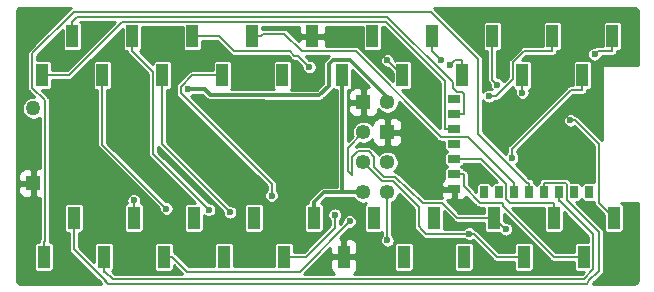
<source format=gbl>
G04 #@! TF.GenerationSoftware,KiCad,Pcbnew,(5.1.5-0-10_14)*
G04 #@! TF.CreationDate,2020-11-04T07:04:41-07:00*
G04 #@! TF.ProjectId,NumDisciplineBLE,4e756d44-6973-4636-9970-6c696e65424c,rev?*
G04 #@! TF.SameCoordinates,Original*
G04 #@! TF.FileFunction,Copper,L2,Bot*
G04 #@! TF.FilePolarity,Positive*
%FSLAX46Y46*%
G04 Gerber Fmt 4.6, Leading zero omitted, Abs format (unit mm)*
G04 Created by KiCad (PCBNEW (5.1.5-0-10_14)) date 2020-11-04 07:04:41*
%MOMM*%
%LPD*%
G04 APERTURE LIST*
%ADD10R,1.000000X1.900000*%
%ADD11C,1.270000*%
%ADD12R,1.270000X1.270000*%
%ADD13O,1.270000X1.270000*%
%ADD14R,1.000000X0.650000*%
%ADD15R,0.650000X1.000000*%
%ADD16C,0.600000*%
%ADD17C,0.200000*%
%ADD18C,0.300000*%
%ADD19C,0.254000*%
G04 APERTURE END LIST*
D10*
X133350000Y-29465000D03*
X138430000Y-29465000D03*
X95250000Y-32765000D03*
X100330000Y-32765000D03*
X105410000Y-32765000D03*
X110490000Y-32765000D03*
X115570000Y-32765000D03*
X120650000Y-32765000D03*
X125730000Y-32765000D03*
X130810000Y-32765000D03*
X135890000Y-32765000D03*
X140970000Y-32765000D03*
X97790000Y-29465000D03*
X102870000Y-29465000D03*
X107950000Y-29465000D03*
X113030000Y-29465000D03*
X118110000Y-29465000D03*
X123190000Y-29465000D03*
X128270000Y-29465000D03*
X143510000Y-29465000D03*
X143637000Y-44832000D03*
X138557000Y-44832000D03*
X133477000Y-44832000D03*
X128397000Y-44832000D03*
X123317000Y-44832000D03*
X118237000Y-44832000D03*
X113157000Y-44832000D03*
X108077000Y-44832000D03*
X102997000Y-44832000D03*
X97917000Y-44832000D03*
X141097000Y-48132000D03*
X136017000Y-48132000D03*
X130937000Y-48132000D03*
X125857000Y-48132000D03*
X120777000Y-48132000D03*
X115697000Y-48132000D03*
X110617000Y-48132000D03*
X105537000Y-48132000D03*
X100457000Y-48132000D03*
X95377000Y-48132000D03*
D11*
X94488000Y-35560000D03*
D12*
X94488000Y-41910000D03*
D13*
X124460000Y-42672000D03*
X124460000Y-40132000D03*
D12*
X124460000Y-37592000D03*
D13*
X124460000Y-35052000D03*
D12*
X122428000Y-35052000D03*
D13*
X122428000Y-37592000D03*
X122428000Y-40132000D03*
X122428000Y-42672000D03*
D14*
X130108000Y-38585000D03*
X130108000Y-42395000D03*
X130108000Y-41125000D03*
X130108000Y-37315000D03*
X130108000Y-39855000D03*
X130108000Y-34775000D03*
X130108000Y-36045000D03*
D15*
X141538000Y-42649000D03*
X140268000Y-42649000D03*
X138998000Y-42649000D03*
X137728000Y-42649000D03*
X136458000Y-42649000D03*
X135188000Y-42649000D03*
X133918000Y-42649000D03*
X132648000Y-42649000D03*
D16*
X99695000Y-29083000D03*
X137668000Y-46355000D03*
X143891000Y-48768000D03*
X131953000Y-41402000D03*
X111721800Y-35113600D03*
X108103100Y-37465500D03*
X112522000Y-40869700D03*
X118110000Y-37564800D03*
X136882400Y-31457100D03*
X103072500Y-37852000D03*
X121412000Y-36576000D03*
X119380000Y-36576000D03*
X102870000Y-48641000D03*
X135890000Y-46355000D03*
X101219000Y-30734000D03*
X116713000Y-29083000D03*
X131191000Y-28702000D03*
X113792000Y-32385000D03*
X120015000Y-44577000D03*
X129775700Y-31884700D03*
X133761000Y-33549100D03*
X133053600Y-34540800D03*
X135890000Y-34224800D03*
X109356300Y-44160500D03*
X111137100Y-44353800D03*
X134484700Y-45798700D03*
X131381500Y-46164500D03*
X129030700Y-31476000D03*
X142001300Y-30973700D03*
X114660500Y-42963600D03*
X135018500Y-39763500D03*
X121274500Y-45140900D03*
X117857300Y-32063600D03*
X124460000Y-31496000D03*
X139954000Y-36576000D03*
X105745700Y-44053600D03*
X102997000Y-43352900D03*
X124460000Y-46736000D03*
X107620500Y-33936000D03*
D17*
X118110000Y-29465000D02*
X117095000Y-29465000D01*
X117095000Y-29465000D02*
X116713000Y-29083000D01*
X120015000Y-44577000D02*
X120015000Y-45656500D01*
X117539500Y-48132000D02*
X115697000Y-48132000D01*
X120015000Y-45656500D02*
X117539500Y-48132000D01*
X129775700Y-31884700D02*
X130145700Y-31514700D01*
X130145700Y-31514700D02*
X130810000Y-31514700D01*
X130810000Y-32765000D02*
X130810000Y-31514700D01*
X133350000Y-29465000D02*
X133350000Y-33138100D01*
X133350000Y-33138100D02*
X133761000Y-33549100D01*
X138430000Y-30715300D02*
X136052500Y-30715300D01*
X136052500Y-30715300D02*
X135089600Y-31678200D01*
X135089600Y-31678200D02*
X135089600Y-33101500D01*
X135089600Y-33101500D02*
X133650300Y-34540800D01*
X133650300Y-34540800D02*
X133053600Y-34540800D01*
X138430000Y-29465000D02*
X138430000Y-30715300D01*
X135890000Y-34224800D02*
X135890000Y-32765000D01*
X102870000Y-29465000D02*
X102870000Y-30715300D01*
X109356300Y-44160500D02*
X104609600Y-39413800D01*
X104609600Y-39413800D02*
X104609600Y-32454900D01*
X104609600Y-32454900D02*
X102870000Y-30715300D01*
X111137100Y-44353800D02*
X105410000Y-38626700D01*
X105410000Y-38626700D02*
X105410000Y-32765000D01*
D18*
X120650000Y-42672000D02*
X119096700Y-42672000D01*
X119096700Y-42672000D02*
X118237000Y-43531700D01*
X122428000Y-42672000D02*
X120650000Y-42672000D01*
X120650000Y-42672000D02*
X120650000Y-32765000D01*
X118237000Y-44832000D02*
X118237000Y-43531700D01*
D17*
X134484700Y-45798700D02*
X134443700Y-45798700D01*
X134443700Y-45798700D02*
X133477000Y-44832000D01*
X121100010Y-38919990D02*
X121100010Y-40857810D01*
X124198687Y-41336989D02*
X125074490Y-41336989D01*
X123363001Y-39683199D02*
X123363001Y-40501303D01*
X121492999Y-39683199D02*
X121979199Y-39196999D01*
X121979199Y-39196999D02*
X122876801Y-39196999D01*
X123363001Y-40501303D02*
X124198687Y-41336989D01*
X122876801Y-39196999D02*
X123363001Y-39683199D01*
X121492999Y-41250799D02*
X121492999Y-39683199D01*
X121100010Y-40857810D02*
X121492999Y-41250799D01*
X122428000Y-37592000D02*
X121100010Y-38919990D01*
X129116002Y-43561000D02*
X127508000Y-43561000D01*
X130387002Y-44832000D02*
X129116002Y-43561000D01*
X133477000Y-44832000D02*
X130387002Y-44832000D01*
X125074490Y-41336989D02*
X127508000Y-43561000D01*
X124908801Y-41736999D02*
X127127000Y-43942000D01*
X124032999Y-41736999D02*
X124908801Y-41736999D01*
X127127000Y-43942000D02*
X127127000Y-45552002D01*
X122428000Y-40132000D02*
X124032999Y-41736999D01*
X136017000Y-48132000D02*
X134365000Y-48132000D01*
X133709764Y-48132000D02*
X136017000Y-48132000D01*
X131805764Y-46228000D02*
X133709764Y-48132000D01*
X127762000Y-46228000D02*
X131805764Y-46228000D01*
X127762000Y-46228000D02*
X127381000Y-45847000D01*
X127381000Y-45847000D02*
X127508000Y-45974000D01*
X127127000Y-45552002D02*
X127381000Y-45847000D01*
X128270000Y-30715300D02*
X129030700Y-31476000D01*
X128270000Y-29465000D02*
X128270000Y-30715300D01*
X143510000Y-29465000D02*
X143510000Y-30715300D01*
X142001300Y-30973700D02*
X142259700Y-30715300D01*
X142259700Y-30715300D02*
X143510000Y-30715300D01*
X135188000Y-42649000D02*
X135188000Y-41848700D01*
X135188000Y-41848700D02*
X131298900Y-37959600D01*
X131298900Y-37959600D02*
X128969300Y-37959600D01*
X121774101Y-30715101D02*
X121793000Y-30734000D01*
X121793000Y-30734000D02*
X121725000Y-30715300D01*
X128969300Y-37959600D02*
X121793000Y-30734000D01*
X113950001Y-29244999D02*
X115731999Y-29244999D01*
X115731999Y-29244999D02*
X117221000Y-30734000D01*
X113730000Y-29465000D02*
X113950001Y-29244999D01*
X113030000Y-29465000D02*
X113730000Y-29465000D01*
X117221000Y-30734000D02*
X121774101Y-30715101D01*
X114660500Y-42963600D02*
X114660500Y-41976500D01*
X114660500Y-41976500D02*
X106973900Y-34289900D01*
X106973900Y-33731900D02*
X107940800Y-32765000D01*
X107940800Y-32765000D02*
X110490000Y-32765000D01*
X106973900Y-34289900D02*
X106973900Y-33731900D01*
X140970000Y-34015300D02*
X139982000Y-34015300D01*
X139982000Y-34015300D02*
X135018500Y-38978800D01*
X135018500Y-38978800D02*
X135018500Y-39763500D01*
X140970000Y-32765000D02*
X140970000Y-34015300D01*
X117033399Y-49382001D02*
X121274500Y-45140900D01*
X107487001Y-49382001D02*
X117033399Y-49382001D01*
X106237000Y-48132000D02*
X107487001Y-49382001D01*
X105537000Y-48132000D02*
X106237000Y-48132000D01*
X95377000Y-46881700D02*
X95459400Y-46799300D01*
X95459400Y-46799300D02*
X95459400Y-34880600D01*
X95459400Y-34880600D02*
X94396300Y-33817500D01*
X94396300Y-33817500D02*
X94396300Y-30920800D01*
X94396300Y-30920800D02*
X97924100Y-27393000D01*
X97924100Y-27393000D02*
X128124000Y-27393000D01*
X128124000Y-27393000D02*
X132108300Y-31377300D01*
X132108300Y-31377300D02*
X132108300Y-37702200D01*
X132108300Y-37702200D02*
X136254800Y-41848700D01*
X136254800Y-41848700D02*
X136458000Y-41848700D01*
X95377000Y-48132000D02*
X95377000Y-46881700D01*
X136458000Y-42649000D02*
X136458000Y-41848700D01*
X116909010Y-31115310D02*
X116586310Y-31115310D01*
X111487001Y-30715001D02*
X110237000Y-29465000D01*
X116186001Y-30715001D02*
X111487001Y-30715001D01*
X110237000Y-29465000D02*
X107950000Y-29465000D01*
X116586310Y-31115310D02*
X116186001Y-30715001D01*
X117857300Y-32063600D02*
X116909010Y-31115310D01*
X124461000Y-31496000D02*
X125730000Y-32765000D01*
X124460000Y-31496000D02*
X124461000Y-31496000D01*
X142408000Y-43603000D02*
X143637000Y-44832000D01*
X142408000Y-38605736D02*
X142408000Y-39030000D01*
X140378264Y-36576000D02*
X142408000Y-38605736D01*
X139954000Y-36576000D02*
X140378264Y-36576000D01*
X142408000Y-39030000D02*
X142408000Y-43603000D01*
X142408000Y-38923100D02*
X142408000Y-39030000D01*
X105745700Y-44053600D02*
X100330000Y-38637900D01*
X100330000Y-38637900D02*
X100330000Y-32765000D01*
X102997000Y-43352900D02*
X102997000Y-44832000D01*
X124460000Y-46736000D02*
X124460000Y-42672000D01*
X137728000Y-42649000D02*
X137728000Y-41848700D01*
X137728000Y-41848700D02*
X139486600Y-41848700D01*
X139486600Y-41848700D02*
X139642600Y-42004700D01*
X139642600Y-42004700D02*
X139642600Y-43321500D01*
X139642600Y-43321500D02*
X142347700Y-46026600D01*
X142347700Y-46026600D02*
X142347700Y-49323500D01*
X97917000Y-47470700D02*
X97917000Y-44832000D01*
X100653000Y-50206700D02*
X97917000Y-47470700D01*
X142347700Y-49323500D02*
X141464500Y-50206700D01*
X141464500Y-50305500D02*
X141345010Y-50424990D01*
X141464500Y-50206700D02*
X141464500Y-50305500D01*
X100843990Y-50424990D02*
X100584000Y-50165000D01*
X141345010Y-50424990D02*
X100843990Y-50424990D01*
X100584000Y-50165000D02*
X100653000Y-50206700D01*
X141897400Y-46245700D02*
X139101000Y-43449300D01*
X101205980Y-50024980D02*
X141078820Y-50024980D01*
X139101000Y-43449300D02*
X138998000Y-43449300D01*
X141078820Y-50024980D02*
X141897400Y-49206400D01*
X138998000Y-43449300D02*
X138998000Y-42649000D01*
X141897400Y-49206400D02*
X141897400Y-46245700D01*
X100563300Y-49382300D02*
X101205980Y-50024980D01*
X100457000Y-49382300D02*
X100563300Y-49382300D01*
X100457000Y-48132000D02*
X100457000Y-49382300D01*
X138557000Y-44832000D02*
X138557000Y-43581700D01*
X130108000Y-39855000D02*
X132394000Y-39855000D01*
X132394000Y-39855000D02*
X134543400Y-42004400D01*
X134543400Y-42004400D02*
X134543400Y-43260600D01*
X134543400Y-43260600D02*
X134864500Y-43581700D01*
X134864500Y-43581700D02*
X138557000Y-43581700D01*
X130108000Y-41125000D02*
X130908300Y-41125000D01*
X130908300Y-41125000D02*
X130908300Y-42177800D01*
X130908300Y-42177800D02*
X132291400Y-43560900D01*
X132291400Y-43560900D02*
X134277400Y-43560900D01*
X134277400Y-43852402D02*
X134277400Y-43560900D01*
X138556998Y-48132000D02*
X134277400Y-43852402D01*
X141097000Y-48132000D02*
X138556998Y-48132000D01*
D18*
X124460000Y-35052000D02*
X124460000Y-34623300D01*
X124460000Y-34623300D02*
X121275100Y-31438400D01*
X121275100Y-31438400D02*
X119896598Y-31438400D01*
X118698401Y-34463599D02*
X119507000Y-33655000D01*
X119507000Y-31827998D02*
X119896598Y-31438400D01*
X119507000Y-33655000D02*
X119507000Y-31827998D01*
X109474000Y-34417000D02*
X118698401Y-34463599D01*
X108993000Y-33936000D02*
X109474000Y-34417000D01*
X107620500Y-33936000D02*
X108993000Y-33936000D01*
D17*
X97790000Y-29465000D02*
X97790000Y-28214700D01*
X130108000Y-36045000D02*
X130908300Y-36045000D01*
X130908300Y-36045000D02*
X130908300Y-34315300D01*
X130908300Y-34315300D02*
X130742600Y-34149600D01*
X130742600Y-34149600D02*
X130317600Y-34149600D01*
X130317600Y-34149600D02*
X130000500Y-33832500D01*
X130000500Y-33832500D02*
X130000500Y-33336700D01*
X130000500Y-33336700D02*
X124467100Y-27803300D01*
X124467100Y-27803300D02*
X98201400Y-27803300D01*
X98201400Y-27803300D02*
X97790000Y-28214700D01*
X129307700Y-37315000D02*
X130108000Y-37315000D01*
X129307700Y-33210200D02*
X129307700Y-37315000D01*
X124312200Y-28214700D02*
X129307700Y-33210200D01*
X102030300Y-28214700D02*
X124312200Y-28214700D01*
X95951000Y-32766000D02*
X97479000Y-32766000D01*
X95250000Y-32765000D02*
X95950000Y-32765000D01*
X95950000Y-32765000D02*
X95951000Y-32766000D01*
X97479000Y-32766000D02*
X102030300Y-28214700D01*
D19*
G36*
X140909430Y-43274743D02*
G01*
X140939794Y-43331550D01*
X140980657Y-43381343D01*
X141030450Y-43422206D01*
X141087257Y-43452570D01*
X141148897Y-43471268D01*
X141213000Y-43477582D01*
X141863000Y-43477582D01*
X141927103Y-43471268D01*
X141981001Y-43454918D01*
X141981001Y-43582023D01*
X141978935Y-43603000D01*
X141981001Y-43623977D01*
X141981001Y-43623978D01*
X141987179Y-43686707D01*
X142006551Y-43750566D01*
X142011596Y-43767196D01*
X142051245Y-43841376D01*
X142091232Y-43890100D01*
X142091237Y-43890105D01*
X142104606Y-43906395D01*
X142120895Y-43919763D01*
X142808418Y-44607287D01*
X142808418Y-45782000D01*
X142814732Y-45846103D01*
X142833430Y-45907743D01*
X142863794Y-45964550D01*
X142904657Y-46014343D01*
X142954450Y-46055206D01*
X143011257Y-46085570D01*
X143072897Y-46104268D01*
X143137000Y-46110582D01*
X144137000Y-46110582D01*
X144201103Y-46104268D01*
X144262743Y-46085570D01*
X144319550Y-46055206D01*
X144369343Y-46014343D01*
X144410206Y-45964550D01*
X144440570Y-45907743D01*
X144459268Y-45846103D01*
X144465582Y-45782000D01*
X144465582Y-43882000D01*
X144459268Y-43817897D01*
X144440570Y-43756257D01*
X144410206Y-43699450D01*
X144369343Y-43649657D01*
X144319550Y-43608794D01*
X144262743Y-43578430D01*
X144205283Y-43561000D01*
X145648001Y-43561000D01*
X145648001Y-50145326D01*
X145641671Y-50209887D01*
X145628639Y-50253052D01*
X145607464Y-50292875D01*
X145578961Y-50327822D01*
X145544214Y-50356567D01*
X145504544Y-50378017D01*
X145461465Y-50391352D01*
X145398217Y-50398000D01*
X141882654Y-50398000D01*
X141885087Y-50389981D01*
X142634805Y-49640264D01*
X142651095Y-49626895D01*
X142664464Y-49610605D01*
X142664467Y-49610602D01*
X142704455Y-49561877D01*
X142744104Y-49487697D01*
X142744105Y-49487696D01*
X142768522Y-49407207D01*
X142774700Y-49344478D01*
X142774700Y-49344466D01*
X142776765Y-49323501D01*
X142774700Y-49302536D01*
X142774700Y-46047566D01*
X142776765Y-46026599D01*
X142774700Y-46005632D01*
X142774700Y-46005622D01*
X142768522Y-45942893D01*
X142744105Y-45862404D01*
X142721812Y-45820696D01*
X142704455Y-45788223D01*
X142664468Y-45739499D01*
X142664464Y-45739495D01*
X142651095Y-45723205D01*
X142634806Y-45709837D01*
X140402550Y-43477582D01*
X140593000Y-43477582D01*
X140657103Y-43471268D01*
X140718743Y-43452570D01*
X140775550Y-43422206D01*
X140825343Y-43381343D01*
X140866206Y-43331550D01*
X140896570Y-43274743D01*
X140903000Y-43253546D01*
X140909430Y-43274743D01*
G37*
X140909430Y-43274743D02*
X140939794Y-43331550D01*
X140980657Y-43381343D01*
X141030450Y-43422206D01*
X141087257Y-43452570D01*
X141148897Y-43471268D01*
X141213000Y-43477582D01*
X141863000Y-43477582D01*
X141927103Y-43471268D01*
X141981001Y-43454918D01*
X141981001Y-43582023D01*
X141978935Y-43603000D01*
X141981001Y-43623977D01*
X141981001Y-43623978D01*
X141987179Y-43686707D01*
X142006551Y-43750566D01*
X142011596Y-43767196D01*
X142051245Y-43841376D01*
X142091232Y-43890100D01*
X142091237Y-43890105D01*
X142104606Y-43906395D01*
X142120895Y-43919763D01*
X142808418Y-44607287D01*
X142808418Y-45782000D01*
X142814732Y-45846103D01*
X142833430Y-45907743D01*
X142863794Y-45964550D01*
X142904657Y-46014343D01*
X142954450Y-46055206D01*
X143011257Y-46085570D01*
X143072897Y-46104268D01*
X143137000Y-46110582D01*
X144137000Y-46110582D01*
X144201103Y-46104268D01*
X144262743Y-46085570D01*
X144319550Y-46055206D01*
X144369343Y-46014343D01*
X144410206Y-45964550D01*
X144440570Y-45907743D01*
X144459268Y-45846103D01*
X144465582Y-45782000D01*
X144465582Y-43882000D01*
X144459268Y-43817897D01*
X144440570Y-43756257D01*
X144410206Y-43699450D01*
X144369343Y-43649657D01*
X144319550Y-43608794D01*
X144262743Y-43578430D01*
X144205283Y-43561000D01*
X145648001Y-43561000D01*
X145648001Y-50145326D01*
X145641671Y-50209887D01*
X145628639Y-50253052D01*
X145607464Y-50292875D01*
X145578961Y-50327822D01*
X145544214Y-50356567D01*
X145504544Y-50378017D01*
X145461465Y-50391352D01*
X145398217Y-50398000D01*
X141882654Y-50398000D01*
X141885087Y-50389981D01*
X142634805Y-49640264D01*
X142651095Y-49626895D01*
X142664464Y-49610605D01*
X142664467Y-49610602D01*
X142704455Y-49561877D01*
X142744104Y-49487697D01*
X142744105Y-49487696D01*
X142768522Y-49407207D01*
X142774700Y-49344478D01*
X142774700Y-49344466D01*
X142776765Y-49323501D01*
X142774700Y-49302536D01*
X142774700Y-46047566D01*
X142776765Y-46026599D01*
X142774700Y-46005632D01*
X142774700Y-46005622D01*
X142768522Y-45942893D01*
X142744105Y-45862404D01*
X142721812Y-45820696D01*
X142704455Y-45788223D01*
X142664468Y-45739499D01*
X142664464Y-45739495D01*
X142651095Y-45723205D01*
X142634806Y-45709837D01*
X140402550Y-43477582D01*
X140593000Y-43477582D01*
X140657103Y-43471268D01*
X140718743Y-43452570D01*
X140775550Y-43422206D01*
X140825343Y-43381343D01*
X140866206Y-43331550D01*
X140896570Y-43274743D01*
X140903000Y-43253546D01*
X140909430Y-43274743D01*
G36*
X97636999Y-27076232D02*
G01*
X97636995Y-27076236D01*
X97620705Y-27089605D01*
X97607336Y-27105895D01*
X94109196Y-30604036D01*
X94092906Y-30617405D01*
X94079537Y-30633695D01*
X94079532Y-30633700D01*
X94039545Y-30682424D01*
X94010760Y-30736278D01*
X93999896Y-30756604D01*
X93975479Y-30837093D01*
X93971303Y-30879496D01*
X93967235Y-30920800D01*
X93969301Y-30941777D01*
X93969300Y-33796533D01*
X93967235Y-33817500D01*
X93969300Y-33838467D01*
X93969300Y-33838477D01*
X93975478Y-33901206D01*
X93999895Y-33981695D01*
X94006430Y-33993921D01*
X94039545Y-34055876D01*
X94074942Y-34099007D01*
X94092905Y-34120895D01*
X94109200Y-34134268D01*
X94572932Y-34598000D01*
X94393251Y-34598000D01*
X94207395Y-34634969D01*
X94032322Y-34707486D01*
X93874761Y-34812766D01*
X93740766Y-34946761D01*
X93635486Y-35104322D01*
X93562969Y-35279395D01*
X93526000Y-35465251D01*
X93526000Y-35654749D01*
X93562969Y-35840605D01*
X93635486Y-36015678D01*
X93740766Y-36173239D01*
X93874761Y-36307234D01*
X94032322Y-36412514D01*
X94207395Y-36485031D01*
X94393251Y-36522000D01*
X94582749Y-36522000D01*
X94768605Y-36485031D01*
X94943678Y-36412514D01*
X95032401Y-36353231D01*
X95032401Y-40637725D01*
X94773750Y-40640000D01*
X94615000Y-40798750D01*
X94615000Y-41783000D01*
X94635000Y-41783000D01*
X94635000Y-42037000D01*
X94615000Y-42037000D01*
X94615000Y-43021250D01*
X94773750Y-43180000D01*
X95032400Y-43182275D01*
X95032400Y-46628513D01*
X95020245Y-46643324D01*
X94981617Y-46715594D01*
X94980596Y-46717504D01*
X94956179Y-46797993D01*
X94953984Y-46820277D01*
X94950720Y-46853418D01*
X94877000Y-46853418D01*
X94812897Y-46859732D01*
X94751257Y-46878430D01*
X94694450Y-46908794D01*
X94644657Y-46949657D01*
X94603794Y-46999450D01*
X94573430Y-47056257D01*
X94554732Y-47117897D01*
X94548418Y-47182000D01*
X94548418Y-49082000D01*
X94554732Y-49146103D01*
X94573430Y-49207743D01*
X94603794Y-49264550D01*
X94644657Y-49314343D01*
X94694450Y-49355206D01*
X94751257Y-49385570D01*
X94812897Y-49404268D01*
X94877000Y-49410582D01*
X95877000Y-49410582D01*
X95941103Y-49404268D01*
X96002743Y-49385570D01*
X96059550Y-49355206D01*
X96109343Y-49314343D01*
X96150206Y-49264550D01*
X96180570Y-49207743D01*
X96199268Y-49146103D01*
X96205582Y-49082000D01*
X96205582Y-47182000D01*
X96199268Y-47117897D01*
X96180570Y-47056257D01*
X96150206Y-46999450D01*
X96109343Y-46949657D01*
X96059550Y-46908794D01*
X96002743Y-46878430D01*
X95941103Y-46859732D01*
X95883077Y-46854017D01*
X95886400Y-46820278D01*
X95886400Y-46820268D01*
X95888465Y-46799301D01*
X95886400Y-46778334D01*
X95886400Y-34901564D01*
X95888465Y-34880599D01*
X95886400Y-34859634D01*
X95886400Y-34859622D01*
X95880222Y-34796893D01*
X95855805Y-34716404D01*
X95819914Y-34649256D01*
X95816155Y-34642223D01*
X95776167Y-34593498D01*
X95776164Y-34593495D01*
X95762795Y-34577205D01*
X95746505Y-34563836D01*
X95226250Y-34043582D01*
X95750000Y-34043582D01*
X95814103Y-34037268D01*
X95875743Y-34018570D01*
X95932550Y-33988206D01*
X95982343Y-33947343D01*
X96023206Y-33897550D01*
X96053570Y-33840743D01*
X96072268Y-33779103D01*
X96078582Y-33715000D01*
X96078582Y-33193000D01*
X97458033Y-33193000D01*
X97479000Y-33195065D01*
X97499967Y-33193000D01*
X97499978Y-33193000D01*
X97562707Y-33186822D01*
X97643196Y-33162405D01*
X97717376Y-33122755D01*
X97782395Y-33069395D01*
X97795768Y-33053100D01*
X99033868Y-31815000D01*
X99501418Y-31815000D01*
X99501418Y-33715000D01*
X99507732Y-33779103D01*
X99526430Y-33840743D01*
X99556794Y-33897550D01*
X99597657Y-33947343D01*
X99647450Y-33988206D01*
X99704257Y-34018570D01*
X99765897Y-34037268D01*
X99830000Y-34043582D01*
X99903001Y-34043582D01*
X99903000Y-38616933D01*
X99900935Y-38637900D01*
X99903000Y-38658867D01*
X99903000Y-38658877D01*
X99909178Y-38721606D01*
X99933595Y-38802095D01*
X99933596Y-38802096D01*
X99973245Y-38876276D01*
X100011184Y-38922504D01*
X100026605Y-38941295D01*
X100042900Y-38954668D01*
X105118700Y-44030470D01*
X105118700Y-44115354D01*
X105142795Y-44236489D01*
X105190060Y-44350596D01*
X105258677Y-44453289D01*
X105346011Y-44540623D01*
X105448704Y-44609240D01*
X105562811Y-44656505D01*
X105683946Y-44680600D01*
X105807454Y-44680600D01*
X105928589Y-44656505D01*
X106042696Y-44609240D01*
X106145389Y-44540623D01*
X106232723Y-44453289D01*
X106301340Y-44350596D01*
X106348605Y-44236489D01*
X106372700Y-44115354D01*
X106372700Y-43991846D01*
X106348605Y-43870711D01*
X106301340Y-43756604D01*
X106232723Y-43653911D01*
X106145389Y-43566577D01*
X106042696Y-43497960D01*
X105928589Y-43450695D01*
X105807454Y-43426600D01*
X105722570Y-43426600D01*
X100757000Y-38461032D01*
X100757000Y-34043582D01*
X100830000Y-34043582D01*
X100894103Y-34037268D01*
X100955743Y-34018570D01*
X101012550Y-33988206D01*
X101062343Y-33947343D01*
X101103206Y-33897550D01*
X101133570Y-33840743D01*
X101152268Y-33779103D01*
X101158582Y-33715000D01*
X101158582Y-31815000D01*
X101152268Y-31750897D01*
X101133570Y-31689257D01*
X101103206Y-31632450D01*
X101062343Y-31582657D01*
X101012550Y-31541794D01*
X100955743Y-31511430D01*
X100894103Y-31492732D01*
X100830000Y-31486418D01*
X99830000Y-31486418D01*
X99765897Y-31492732D01*
X99704257Y-31511430D01*
X99647450Y-31541794D01*
X99597657Y-31582657D01*
X99556794Y-31632450D01*
X99526430Y-31689257D01*
X99507732Y-31750897D01*
X99501418Y-31815000D01*
X99033868Y-31815000D01*
X102041418Y-28807452D01*
X102041418Y-30415000D01*
X102047732Y-30479103D01*
X102066430Y-30540743D01*
X102096794Y-30597550D01*
X102137657Y-30647343D01*
X102187450Y-30688206D01*
X102244257Y-30718570D01*
X102305897Y-30737268D01*
X102370000Y-30743582D01*
X102443720Y-30743582D01*
X102449179Y-30799007D01*
X102472819Y-30876934D01*
X102473596Y-30879496D01*
X102513245Y-30953676D01*
X102553232Y-31002400D01*
X102553237Y-31002405D01*
X102566606Y-31018695D01*
X102582896Y-31032064D01*
X104182601Y-32631770D01*
X104182600Y-39392833D01*
X104180535Y-39413800D01*
X104182600Y-39434767D01*
X104182600Y-39434777D01*
X104188778Y-39497506D01*
X104213195Y-39577995D01*
X104224686Y-39599493D01*
X104252845Y-39652176D01*
X104292832Y-39700900D01*
X104306205Y-39717195D01*
X104322500Y-39730568D01*
X108145349Y-43553418D01*
X107577000Y-43553418D01*
X107512897Y-43559732D01*
X107451257Y-43578430D01*
X107394450Y-43608794D01*
X107344657Y-43649657D01*
X107303794Y-43699450D01*
X107273430Y-43756257D01*
X107254732Y-43817897D01*
X107248418Y-43882000D01*
X107248418Y-45782000D01*
X107254732Y-45846103D01*
X107273430Y-45907743D01*
X107303794Y-45964550D01*
X107344657Y-46014343D01*
X107394450Y-46055206D01*
X107451257Y-46085570D01*
X107512897Y-46104268D01*
X107577000Y-46110582D01*
X108577000Y-46110582D01*
X108641103Y-46104268D01*
X108702743Y-46085570D01*
X108759550Y-46055206D01*
X108809343Y-46014343D01*
X108850206Y-45964550D01*
X108880570Y-45907743D01*
X108899268Y-45846103D01*
X108905582Y-45782000D01*
X108905582Y-44596494D01*
X108956611Y-44647523D01*
X109059304Y-44716140D01*
X109173411Y-44763405D01*
X109294546Y-44787500D01*
X109418054Y-44787500D01*
X109539189Y-44763405D01*
X109653296Y-44716140D01*
X109755989Y-44647523D01*
X109843323Y-44560189D01*
X109911940Y-44457496D01*
X109959205Y-44343389D01*
X109983300Y-44222254D01*
X109983300Y-44098746D01*
X109959205Y-43977611D01*
X109911940Y-43863504D01*
X109843323Y-43760811D01*
X109755989Y-43673477D01*
X109653296Y-43604860D01*
X109539189Y-43557595D01*
X109418054Y-43533500D01*
X109333169Y-43533500D01*
X105036600Y-39236932D01*
X105036600Y-38833935D01*
X105053245Y-38865076D01*
X105093232Y-38913800D01*
X105106605Y-38930095D01*
X105122900Y-38943468D01*
X110510100Y-44330669D01*
X110510100Y-44415554D01*
X110534195Y-44536689D01*
X110581460Y-44650796D01*
X110650077Y-44753489D01*
X110737411Y-44840823D01*
X110840104Y-44909440D01*
X110954211Y-44956705D01*
X111075346Y-44980800D01*
X111198854Y-44980800D01*
X111319989Y-44956705D01*
X111434096Y-44909440D01*
X111536789Y-44840823D01*
X111624123Y-44753489D01*
X111692740Y-44650796D01*
X111740005Y-44536689D01*
X111764100Y-44415554D01*
X111764100Y-44292046D01*
X111740005Y-44170911D01*
X111692740Y-44056804D01*
X111624123Y-43954111D01*
X111552012Y-43882000D01*
X112328418Y-43882000D01*
X112328418Y-45782000D01*
X112334732Y-45846103D01*
X112353430Y-45907743D01*
X112383794Y-45964550D01*
X112424657Y-46014343D01*
X112474450Y-46055206D01*
X112531257Y-46085570D01*
X112592897Y-46104268D01*
X112657000Y-46110582D01*
X113657000Y-46110582D01*
X113721103Y-46104268D01*
X113782743Y-46085570D01*
X113839550Y-46055206D01*
X113889343Y-46014343D01*
X113930206Y-45964550D01*
X113960570Y-45907743D01*
X113979268Y-45846103D01*
X113985582Y-45782000D01*
X113985582Y-43882000D01*
X113979268Y-43817897D01*
X113960570Y-43756257D01*
X113930206Y-43699450D01*
X113889343Y-43649657D01*
X113839550Y-43608794D01*
X113782743Y-43578430D01*
X113721103Y-43559732D01*
X113657000Y-43553418D01*
X112657000Y-43553418D01*
X112592897Y-43559732D01*
X112531257Y-43578430D01*
X112474450Y-43608794D01*
X112424657Y-43649657D01*
X112383794Y-43699450D01*
X112353430Y-43756257D01*
X112334732Y-43817897D01*
X112328418Y-43882000D01*
X111552012Y-43882000D01*
X111536789Y-43866777D01*
X111434096Y-43798160D01*
X111319989Y-43750895D01*
X111198854Y-43726800D01*
X111113969Y-43726800D01*
X105837000Y-38449832D01*
X105837000Y-34043582D01*
X105910000Y-34043582D01*
X105974103Y-34037268D01*
X106035743Y-34018570D01*
X106092550Y-33988206D01*
X106142343Y-33947343D01*
X106183206Y-33897550D01*
X106213570Y-33840743D01*
X106232268Y-33779103D01*
X106238582Y-33715000D01*
X106238582Y-31815000D01*
X106232268Y-31750897D01*
X106213570Y-31689257D01*
X106183206Y-31632450D01*
X106142343Y-31582657D01*
X106092550Y-31541794D01*
X106035743Y-31511430D01*
X105974103Y-31492732D01*
X105910000Y-31486418D01*
X104910000Y-31486418D01*
X104845897Y-31492732D01*
X104784257Y-31511430D01*
X104727450Y-31541794D01*
X104677657Y-31582657D01*
X104636794Y-31632450D01*
X104606430Y-31689257D01*
X104587732Y-31750897D01*
X104581418Y-31815000D01*
X104581418Y-31822849D01*
X103481468Y-30722900D01*
X103495743Y-30718570D01*
X103552550Y-30688206D01*
X103602343Y-30647343D01*
X103643206Y-30597550D01*
X103673570Y-30540743D01*
X103692268Y-30479103D01*
X103698582Y-30415000D01*
X103698582Y-28641700D01*
X107121418Y-28641700D01*
X107121418Y-30415000D01*
X107127732Y-30479103D01*
X107146430Y-30540743D01*
X107176794Y-30597550D01*
X107217657Y-30647343D01*
X107267450Y-30688206D01*
X107324257Y-30718570D01*
X107385897Y-30737268D01*
X107450000Y-30743582D01*
X108450000Y-30743582D01*
X108514103Y-30737268D01*
X108575743Y-30718570D01*
X108632550Y-30688206D01*
X108682343Y-30647343D01*
X108723206Y-30597550D01*
X108753570Y-30540743D01*
X108772268Y-30479103D01*
X108778582Y-30415000D01*
X108778582Y-29892000D01*
X110060132Y-29892000D01*
X111170242Y-31002112D01*
X111183606Y-31018396D01*
X111199890Y-31031760D01*
X111199899Y-31031769D01*
X111248624Y-31071756D01*
X111278454Y-31087700D01*
X111322805Y-31111406D01*
X111403294Y-31135823D01*
X111466023Y-31142001D01*
X111466035Y-31142001D01*
X111487000Y-31144066D01*
X111507965Y-31142001D01*
X116009133Y-31142001D01*
X116269546Y-31402415D01*
X116282915Y-31418705D01*
X116299205Y-31432074D01*
X116299208Y-31432077D01*
X116347933Y-31472065D01*
X116379761Y-31489077D01*
X116422114Y-31511715D01*
X116502603Y-31536132D01*
X116565332Y-31542310D01*
X116565344Y-31542310D01*
X116586309Y-31544375D01*
X116607274Y-31542310D01*
X116732142Y-31542310D01*
X117230300Y-32040469D01*
X117230300Y-32125354D01*
X117254395Y-32246489D01*
X117301660Y-32360596D01*
X117370277Y-32463289D01*
X117457611Y-32550623D01*
X117560304Y-32619240D01*
X117674411Y-32666505D01*
X117795546Y-32690600D01*
X117919054Y-32690600D01*
X118040189Y-32666505D01*
X118154296Y-32619240D01*
X118256989Y-32550623D01*
X118344323Y-32463289D01*
X118412940Y-32360596D01*
X118460205Y-32246489D01*
X118484300Y-32125354D01*
X118484300Y-32001846D01*
X118460205Y-31880711D01*
X118412940Y-31766604D01*
X118344323Y-31663911D01*
X118256989Y-31576577D01*
X118154296Y-31507960D01*
X118040189Y-31460695D01*
X117919054Y-31436600D01*
X117834169Y-31436600D01*
X117557176Y-31159608D01*
X119508911Y-31151507D01*
X119186271Y-31474148D01*
X119168080Y-31489077D01*
X119153151Y-31507268D01*
X119153148Y-31507271D01*
X119137206Y-31526697D01*
X119108472Y-31561709D01*
X119087631Y-31600700D01*
X119064178Y-31644576D01*
X119036903Y-31734491D01*
X119027694Y-31827998D01*
X119030001Y-31851423D01*
X119030000Y-33457420D01*
X118501820Y-33985600D01*
X116269467Y-33974323D01*
X116302343Y-33947343D01*
X116343206Y-33897550D01*
X116373570Y-33840743D01*
X116392268Y-33779103D01*
X116398582Y-33715000D01*
X116398582Y-31815000D01*
X116392268Y-31750897D01*
X116373570Y-31689257D01*
X116343206Y-31632450D01*
X116302343Y-31582657D01*
X116252550Y-31541794D01*
X116195743Y-31511430D01*
X116134103Y-31492732D01*
X116070000Y-31486418D01*
X115070000Y-31486418D01*
X115005897Y-31492732D01*
X114944257Y-31511430D01*
X114887450Y-31541794D01*
X114837657Y-31582657D01*
X114796794Y-31632450D01*
X114766430Y-31689257D01*
X114747732Y-31750897D01*
X114741418Y-31815000D01*
X114741418Y-33715000D01*
X114747732Y-33779103D01*
X114766430Y-33840743D01*
X114796794Y-33897550D01*
X114837657Y-33947343D01*
X114861868Y-33967212D01*
X111220547Y-33948817D01*
X111222343Y-33947343D01*
X111263206Y-33897550D01*
X111293570Y-33840743D01*
X111312268Y-33779103D01*
X111318582Y-33715000D01*
X111318582Y-31815000D01*
X111312268Y-31750897D01*
X111293570Y-31689257D01*
X111263206Y-31632450D01*
X111222343Y-31582657D01*
X111172550Y-31541794D01*
X111115743Y-31511430D01*
X111054103Y-31492732D01*
X110990000Y-31486418D01*
X109990000Y-31486418D01*
X109925897Y-31492732D01*
X109864257Y-31511430D01*
X109807450Y-31541794D01*
X109757657Y-31582657D01*
X109716794Y-31632450D01*
X109686430Y-31689257D01*
X109667732Y-31750897D01*
X109661418Y-31815000D01*
X109661418Y-32338000D01*
X107961766Y-32338000D01*
X107940799Y-32335935D01*
X107919832Y-32338000D01*
X107919822Y-32338000D01*
X107857093Y-32344178D01*
X107776604Y-32368595D01*
X107742073Y-32387052D01*
X107702423Y-32408245D01*
X107653699Y-32448232D01*
X107653695Y-32448236D01*
X107637405Y-32461605D01*
X107624036Y-32477895D01*
X106686795Y-33415137D01*
X106670506Y-33428505D01*
X106657137Y-33444795D01*
X106657132Y-33444800D01*
X106617145Y-33493524D01*
X106593655Y-33537472D01*
X106577496Y-33567704D01*
X106553079Y-33648193D01*
X106551098Y-33668304D01*
X106544835Y-33731900D01*
X106546901Y-33752877D01*
X106546900Y-34268932D01*
X106544835Y-34289900D01*
X106546900Y-34310867D01*
X106546900Y-34310877D01*
X106553078Y-34373606D01*
X106577495Y-34454095D01*
X106582349Y-34463176D01*
X106617145Y-34528276D01*
X106651733Y-34570421D01*
X106670505Y-34593295D01*
X106686800Y-34606668D01*
X114233501Y-42153370D01*
X114233500Y-42503888D01*
X114173477Y-42563911D01*
X114104860Y-42666604D01*
X114057595Y-42780711D01*
X114033500Y-42901846D01*
X114033500Y-43025354D01*
X114057595Y-43146489D01*
X114104860Y-43260596D01*
X114173477Y-43363289D01*
X114260811Y-43450623D01*
X114363504Y-43519240D01*
X114477611Y-43566505D01*
X114598746Y-43590600D01*
X114722254Y-43590600D01*
X114843389Y-43566505D01*
X114957496Y-43519240D01*
X115060189Y-43450623D01*
X115147523Y-43363289D01*
X115216140Y-43260596D01*
X115263405Y-43146489D01*
X115287500Y-43025354D01*
X115287500Y-42901846D01*
X115263405Y-42780711D01*
X115216140Y-42666604D01*
X115147523Y-42563911D01*
X115087500Y-42503888D01*
X115087500Y-41997467D01*
X115089565Y-41976500D01*
X115087500Y-41955533D01*
X115087500Y-41955522D01*
X115081322Y-41892793D01*
X115056905Y-41812304D01*
X115032328Y-41766324D01*
X115017255Y-41738123D01*
X114977268Y-41689399D01*
X114977264Y-41689395D01*
X114963895Y-41673105D01*
X114947605Y-41659736D01*
X107819924Y-34532056D01*
X107917496Y-34491640D01*
X108020189Y-34423023D01*
X108030212Y-34413000D01*
X108795421Y-34413000D01*
X109119300Y-34736880D01*
X109133372Y-34754204D01*
X109152409Y-34769989D01*
X109153272Y-34770852D01*
X109170639Y-34785105D01*
X109205702Y-34814178D01*
X109206767Y-34814754D01*
X109207711Y-34815529D01*
X109248255Y-34837200D01*
X109288343Y-34858889D01*
X109289500Y-34859246D01*
X109290577Y-34859822D01*
X109334543Y-34873159D01*
X109378119Y-34886618D01*
X109379325Y-34886743D01*
X109380492Y-34887097D01*
X109426072Y-34891586D01*
X109448168Y-34893875D01*
X109449378Y-34893881D01*
X109474000Y-34896306D01*
X109496219Y-34894118D01*
X118673783Y-34940480D01*
X118698401Y-34942905D01*
X118743900Y-34938424D01*
X118789533Y-34934162D01*
X118790697Y-34933815D01*
X118791908Y-34933696D01*
X118835797Y-34920383D01*
X118879584Y-34907341D01*
X118880656Y-34906775D01*
X118881823Y-34906421D01*
X118922160Y-34884860D01*
X118962673Y-34863468D01*
X118963621Y-34862698D01*
X118964689Y-34862127D01*
X119000058Y-34833101D01*
X119035605Y-34804227D01*
X119051396Y-34785183D01*
X119827729Y-34008851D01*
X119845921Y-33993921D01*
X119865618Y-33969921D01*
X119900902Y-33926927D01*
X119917657Y-33947343D01*
X119967450Y-33988206D01*
X120024257Y-34018570D01*
X120085897Y-34037268D01*
X120150000Y-34043582D01*
X120173001Y-34043582D01*
X120173000Y-42195000D01*
X119120114Y-42195000D01*
X119096699Y-42192694D01*
X119073284Y-42195000D01*
X119073277Y-42195000D01*
X119012038Y-42201032D01*
X119003191Y-42201903D01*
X118991482Y-42205455D01*
X118913277Y-42229178D01*
X118830411Y-42273471D01*
X118788587Y-42307795D01*
X118779510Y-42315245D01*
X118757779Y-42333079D01*
X118742849Y-42351271D01*
X117916271Y-43177850D01*
X117898080Y-43192779D01*
X117838472Y-43265411D01*
X117822871Y-43294599D01*
X117794178Y-43348278D01*
X117766903Y-43438193D01*
X117757694Y-43531700D01*
X117759833Y-43553418D01*
X117737000Y-43553418D01*
X117672897Y-43559732D01*
X117611257Y-43578430D01*
X117554450Y-43608794D01*
X117504657Y-43649657D01*
X117463794Y-43699450D01*
X117433430Y-43756257D01*
X117414732Y-43817897D01*
X117408418Y-43882000D01*
X117408418Y-45782000D01*
X117414732Y-45846103D01*
X117433430Y-45907743D01*
X117463794Y-45964550D01*
X117504657Y-46014343D01*
X117554450Y-46055206D01*
X117611257Y-46085570D01*
X117672897Y-46104268D01*
X117737000Y-46110582D01*
X118737000Y-46110582D01*
X118801103Y-46104268D01*
X118862743Y-46085570D01*
X118919550Y-46055206D01*
X118969343Y-46014343D01*
X119010206Y-45964550D01*
X119040570Y-45907743D01*
X119059268Y-45846103D01*
X119065582Y-45782000D01*
X119065582Y-43882000D01*
X119059268Y-43817897D01*
X119040570Y-43756257D01*
X119010206Y-43699450D01*
X118969343Y-43649657D01*
X118919550Y-43608794D01*
X118864116Y-43579164D01*
X119294280Y-43149000D01*
X120626577Y-43149000D01*
X120650000Y-43151307D01*
X120673422Y-43149000D01*
X121589733Y-43149000D01*
X121680766Y-43285239D01*
X121814761Y-43419234D01*
X121972322Y-43524514D01*
X122147395Y-43597031D01*
X122333251Y-43634000D01*
X122522749Y-43634000D01*
X122629645Y-43612737D01*
X122584657Y-43649657D01*
X122543794Y-43699450D01*
X122513430Y-43756257D01*
X122494732Y-43817897D01*
X122488418Y-43882000D01*
X122488418Y-45782000D01*
X122494732Y-45846103D01*
X122513430Y-45907743D01*
X122543794Y-45964550D01*
X122584657Y-46014343D01*
X122634450Y-46055206D01*
X122691257Y-46085570D01*
X122752897Y-46104268D01*
X122817000Y-46110582D01*
X123817000Y-46110582D01*
X123881103Y-46104268D01*
X123942743Y-46085570D01*
X123999550Y-46055206D01*
X124033000Y-46027755D01*
X124033000Y-46276288D01*
X123972977Y-46336311D01*
X123904360Y-46439004D01*
X123857095Y-46553111D01*
X123833000Y-46674246D01*
X123833000Y-46797754D01*
X123857095Y-46918889D01*
X123904360Y-47032996D01*
X123972977Y-47135689D01*
X124060311Y-47223023D01*
X124163004Y-47291640D01*
X124277111Y-47338905D01*
X124398246Y-47363000D01*
X124521754Y-47363000D01*
X124642889Y-47338905D01*
X124756996Y-47291640D01*
X124859689Y-47223023D01*
X124900712Y-47182000D01*
X125028418Y-47182000D01*
X125028418Y-49082000D01*
X125034732Y-49146103D01*
X125053430Y-49207743D01*
X125083794Y-49264550D01*
X125124657Y-49314343D01*
X125174450Y-49355206D01*
X125231257Y-49385570D01*
X125292897Y-49404268D01*
X125357000Y-49410582D01*
X126357000Y-49410582D01*
X126421103Y-49404268D01*
X126482743Y-49385570D01*
X126539550Y-49355206D01*
X126589343Y-49314343D01*
X126630206Y-49264550D01*
X126660570Y-49207743D01*
X126679268Y-49146103D01*
X126685582Y-49082000D01*
X126685582Y-47182000D01*
X130108418Y-47182000D01*
X130108418Y-49082000D01*
X130114732Y-49146103D01*
X130133430Y-49207743D01*
X130163794Y-49264550D01*
X130204657Y-49314343D01*
X130254450Y-49355206D01*
X130311257Y-49385570D01*
X130372897Y-49404268D01*
X130437000Y-49410582D01*
X131437000Y-49410582D01*
X131501103Y-49404268D01*
X131562743Y-49385570D01*
X131619550Y-49355206D01*
X131669343Y-49314343D01*
X131710206Y-49264550D01*
X131740570Y-49207743D01*
X131759268Y-49146103D01*
X131765582Y-49082000D01*
X131765582Y-47182000D01*
X131759268Y-47117897D01*
X131740570Y-47056257D01*
X131710206Y-46999450D01*
X131669343Y-46949657D01*
X131619550Y-46908794D01*
X131562743Y-46878430D01*
X131501103Y-46859732D01*
X131437000Y-46853418D01*
X130437000Y-46853418D01*
X130372897Y-46859732D01*
X130311257Y-46878430D01*
X130254450Y-46908794D01*
X130204657Y-46949657D01*
X130163794Y-46999450D01*
X130133430Y-47056257D01*
X130114732Y-47117897D01*
X130108418Y-47182000D01*
X126685582Y-47182000D01*
X126679268Y-47117897D01*
X126660570Y-47056257D01*
X126630206Y-46999450D01*
X126589343Y-46949657D01*
X126539550Y-46908794D01*
X126482743Y-46878430D01*
X126421103Y-46859732D01*
X126357000Y-46853418D01*
X125357000Y-46853418D01*
X125292897Y-46859732D01*
X125231257Y-46878430D01*
X125174450Y-46908794D01*
X125124657Y-46949657D01*
X125083794Y-46999450D01*
X125053430Y-47056257D01*
X125034732Y-47117897D01*
X125028418Y-47182000D01*
X124900712Y-47182000D01*
X124947023Y-47135689D01*
X125015640Y-47032996D01*
X125062905Y-46918889D01*
X125087000Y-46797754D01*
X125087000Y-46674246D01*
X125062905Y-46553111D01*
X125015640Y-46439004D01*
X124947023Y-46336311D01*
X124887000Y-46276288D01*
X124887000Y-43536393D01*
X124915678Y-43524514D01*
X125073239Y-43419234D01*
X125207234Y-43285239D01*
X125312514Y-43127678D01*
X125385031Y-42952605D01*
X125408304Y-42835605D01*
X126700000Y-44119616D01*
X126700001Y-45515040D01*
X126699127Y-45520050D01*
X126700001Y-45557036D01*
X126700001Y-45572980D01*
X126700497Y-45578013D01*
X126701114Y-45604137D01*
X126704609Y-45619766D01*
X126706179Y-45635709D01*
X126713767Y-45660723D01*
X126719469Y-45686222D01*
X126725947Y-45700872D01*
X126730596Y-45716198D01*
X126742909Y-45739235D01*
X126753483Y-45763148D01*
X126762700Y-45776260D01*
X126770246Y-45790378D01*
X126786818Y-45810571D01*
X126789731Y-45814715D01*
X126800146Y-45826812D01*
X126823606Y-45855397D01*
X126827536Y-45858623D01*
X127054130Y-46121790D01*
X127064232Y-46134100D01*
X127067805Y-46137673D01*
X127071107Y-46141508D01*
X127082649Y-46152517D01*
X127445240Y-46515110D01*
X127458605Y-46531395D01*
X127474889Y-46544759D01*
X127474898Y-46544768D01*
X127523623Y-46584755D01*
X127556740Y-46602456D01*
X127597804Y-46624405D01*
X127678293Y-46648822D01*
X127741022Y-46655000D01*
X127741034Y-46655000D01*
X127761999Y-46657065D01*
X127782964Y-46655000D01*
X130987015Y-46655000D01*
X131084504Y-46720140D01*
X131198611Y-46767405D01*
X131319746Y-46791500D01*
X131443254Y-46791500D01*
X131564389Y-46767405D01*
X131678496Y-46720140D01*
X131687812Y-46713916D01*
X133393000Y-48419105D01*
X133406369Y-48435395D01*
X133422659Y-48448764D01*
X133422663Y-48448768D01*
X133471387Y-48488756D01*
X133545567Y-48528405D01*
X133564301Y-48534088D01*
X133626057Y-48552822D01*
X133688786Y-48559000D01*
X133688797Y-48559000D01*
X133709764Y-48561065D01*
X133730731Y-48559000D01*
X135188418Y-48559000D01*
X135188418Y-49082000D01*
X135194732Y-49146103D01*
X135213430Y-49207743D01*
X135243794Y-49264550D01*
X135284657Y-49314343D01*
X135334450Y-49355206D01*
X135391257Y-49385570D01*
X135452897Y-49404268D01*
X135517000Y-49410582D01*
X136517000Y-49410582D01*
X136581103Y-49404268D01*
X136642743Y-49385570D01*
X136699550Y-49355206D01*
X136749343Y-49314343D01*
X136790206Y-49264550D01*
X136820570Y-49207743D01*
X136839268Y-49146103D01*
X136845582Y-49082000D01*
X136845582Y-47182000D01*
X136839268Y-47117897D01*
X136820570Y-47056257D01*
X136790206Y-46999450D01*
X136749343Y-46949657D01*
X136699550Y-46908794D01*
X136642743Y-46878430D01*
X136581103Y-46859732D01*
X136517000Y-46853418D01*
X135517000Y-46853418D01*
X135452897Y-46859732D01*
X135391257Y-46878430D01*
X135334450Y-46908794D01*
X135284657Y-46949657D01*
X135243794Y-46999450D01*
X135213430Y-47056257D01*
X135194732Y-47117897D01*
X135188418Y-47182000D01*
X135188418Y-47705000D01*
X133886633Y-47705000D01*
X132122530Y-45940898D01*
X132109159Y-45924605D01*
X132044140Y-45871245D01*
X131969960Y-45831595D01*
X131898703Y-45809979D01*
X131868523Y-45764811D01*
X131781189Y-45677477D01*
X131678496Y-45608860D01*
X131564389Y-45561595D01*
X131443254Y-45537500D01*
X131319746Y-45537500D01*
X131198611Y-45561595D01*
X131084504Y-45608860D01*
X130981811Y-45677477D01*
X130894477Y-45764811D01*
X130870296Y-45801000D01*
X129223711Y-45801000D01*
X129225582Y-45782000D01*
X129225582Y-44274448D01*
X130070238Y-45119105D01*
X130083607Y-45135395D01*
X130099897Y-45148764D01*
X130099900Y-45148767D01*
X130148625Y-45188755D01*
X130174629Y-45202654D01*
X130222806Y-45228405D01*
X130303295Y-45252822D01*
X130366024Y-45259000D01*
X130366036Y-45259000D01*
X130387001Y-45261065D01*
X130407966Y-45259000D01*
X132648418Y-45259000D01*
X132648418Y-45782000D01*
X132654732Y-45846103D01*
X132673430Y-45907743D01*
X132703794Y-45964550D01*
X132744657Y-46014343D01*
X132794450Y-46055206D01*
X132851257Y-46085570D01*
X132912897Y-46104268D01*
X132977000Y-46110582D01*
X133939006Y-46110582D01*
X133997677Y-46198389D01*
X134085011Y-46285723D01*
X134187704Y-46354340D01*
X134301811Y-46401605D01*
X134422946Y-46425700D01*
X134546454Y-46425700D01*
X134667589Y-46401605D01*
X134781696Y-46354340D01*
X134884389Y-46285723D01*
X134971723Y-46198389D01*
X135040340Y-46095696D01*
X135087605Y-45981589D01*
X135111700Y-45860454D01*
X135111700Y-45736946D01*
X135087605Y-45615811D01*
X135040340Y-45501704D01*
X134971723Y-45399011D01*
X134884389Y-45311677D01*
X134781696Y-45243060D01*
X134667589Y-45195795D01*
X134546454Y-45171700D01*
X134422946Y-45171700D01*
X134420964Y-45172094D01*
X134305582Y-45056713D01*
X134305582Y-44484452D01*
X138240234Y-48419105D01*
X138253603Y-48435395D01*
X138269893Y-48448764D01*
X138269897Y-48448768D01*
X138318622Y-48488756D01*
X138392801Y-48528405D01*
X138411535Y-48534088D01*
X138473291Y-48552822D01*
X138536020Y-48559000D01*
X138536031Y-48559000D01*
X138556998Y-48561065D01*
X138577965Y-48559000D01*
X140268418Y-48559000D01*
X140268418Y-49082000D01*
X140274732Y-49146103D01*
X140293430Y-49207743D01*
X140323794Y-49264550D01*
X140364657Y-49314343D01*
X140414450Y-49355206D01*
X140471257Y-49385570D01*
X140532897Y-49404268D01*
X140597000Y-49410582D01*
X141089350Y-49410582D01*
X140901952Y-49597980D01*
X121649232Y-49597980D01*
X121728185Y-49533185D01*
X121807537Y-49436494D01*
X121866502Y-49326180D01*
X121902812Y-49206482D01*
X121915072Y-49082000D01*
X121912000Y-48417750D01*
X121753250Y-48259000D01*
X120904000Y-48259000D01*
X120904000Y-48279000D01*
X120650000Y-48279000D01*
X120650000Y-48259000D01*
X119800750Y-48259000D01*
X119642000Y-48417750D01*
X119638928Y-49082000D01*
X119651188Y-49206482D01*
X119687498Y-49326180D01*
X119746463Y-49436494D01*
X119825815Y-49533185D01*
X119904768Y-49597980D01*
X117421288Y-49597980D01*
X119639841Y-47379427D01*
X119642000Y-47846250D01*
X119800750Y-48005000D01*
X120650000Y-48005000D01*
X120650000Y-46705750D01*
X120904000Y-46705750D01*
X120904000Y-48005000D01*
X121753250Y-48005000D01*
X121912000Y-47846250D01*
X121915072Y-47182000D01*
X121902812Y-47057518D01*
X121866502Y-46937820D01*
X121807537Y-46827506D01*
X121728185Y-46730815D01*
X121631494Y-46651463D01*
X121521180Y-46592498D01*
X121401482Y-46556188D01*
X121277000Y-46543928D01*
X121062750Y-46547000D01*
X120904000Y-46705750D01*
X120650000Y-46705750D01*
X120491250Y-46547000D01*
X120472537Y-46546732D01*
X121251369Y-45767900D01*
X121336254Y-45767900D01*
X121457389Y-45743805D01*
X121571496Y-45696540D01*
X121674189Y-45627923D01*
X121761523Y-45540589D01*
X121830140Y-45437896D01*
X121877405Y-45323789D01*
X121901500Y-45202654D01*
X121901500Y-45079146D01*
X121877405Y-44958011D01*
X121830140Y-44843904D01*
X121761523Y-44741211D01*
X121674189Y-44653877D01*
X121571496Y-44585260D01*
X121457389Y-44537995D01*
X121336254Y-44513900D01*
X121212746Y-44513900D01*
X121091611Y-44537995D01*
X120977504Y-44585260D01*
X120874811Y-44653877D01*
X120787477Y-44741211D01*
X120718860Y-44843904D01*
X120671595Y-44958011D01*
X120647500Y-45079146D01*
X120647500Y-45164031D01*
X120442000Y-45369531D01*
X120442000Y-45036712D01*
X120502023Y-44976689D01*
X120570640Y-44873996D01*
X120617905Y-44759889D01*
X120642000Y-44638754D01*
X120642000Y-44515246D01*
X120617905Y-44394111D01*
X120570640Y-44280004D01*
X120502023Y-44177311D01*
X120414689Y-44089977D01*
X120311996Y-44021360D01*
X120197889Y-43974095D01*
X120076754Y-43950000D01*
X119953246Y-43950000D01*
X119832111Y-43974095D01*
X119718004Y-44021360D01*
X119615311Y-44089977D01*
X119527977Y-44177311D01*
X119459360Y-44280004D01*
X119412095Y-44394111D01*
X119388000Y-44515246D01*
X119388000Y-44638754D01*
X119412095Y-44759889D01*
X119459360Y-44873996D01*
X119527977Y-44976689D01*
X119588000Y-45036712D01*
X119588001Y-45479630D01*
X117362632Y-47705000D01*
X116525582Y-47705000D01*
X116525582Y-47182000D01*
X116519268Y-47117897D01*
X116500570Y-47056257D01*
X116470206Y-46999450D01*
X116429343Y-46949657D01*
X116379550Y-46908794D01*
X116322743Y-46878430D01*
X116261103Y-46859732D01*
X116197000Y-46853418D01*
X115197000Y-46853418D01*
X115132897Y-46859732D01*
X115071257Y-46878430D01*
X115014450Y-46908794D01*
X114964657Y-46949657D01*
X114923794Y-46999450D01*
X114893430Y-47056257D01*
X114874732Y-47117897D01*
X114868418Y-47182000D01*
X114868418Y-48955001D01*
X111445582Y-48955001D01*
X111445582Y-47182000D01*
X111439268Y-47117897D01*
X111420570Y-47056257D01*
X111390206Y-46999450D01*
X111349343Y-46949657D01*
X111299550Y-46908794D01*
X111242743Y-46878430D01*
X111181103Y-46859732D01*
X111117000Y-46853418D01*
X110117000Y-46853418D01*
X110052897Y-46859732D01*
X109991257Y-46878430D01*
X109934450Y-46908794D01*
X109884657Y-46949657D01*
X109843794Y-46999450D01*
X109813430Y-47056257D01*
X109794732Y-47117897D01*
X109788418Y-47182000D01*
X109788418Y-48955001D01*
X107663871Y-48955001D01*
X106553767Y-47844899D01*
X106540395Y-47828605D01*
X106475376Y-47775245D01*
X106401196Y-47735595D01*
X106365582Y-47724791D01*
X106365582Y-47182000D01*
X106359268Y-47117897D01*
X106340570Y-47056257D01*
X106310206Y-46999450D01*
X106269343Y-46949657D01*
X106219550Y-46908794D01*
X106162743Y-46878430D01*
X106101103Y-46859732D01*
X106037000Y-46853418D01*
X105037000Y-46853418D01*
X104972897Y-46859732D01*
X104911257Y-46878430D01*
X104854450Y-46908794D01*
X104804657Y-46949657D01*
X104763794Y-46999450D01*
X104733430Y-47056257D01*
X104714732Y-47117897D01*
X104708418Y-47182000D01*
X104708418Y-49082000D01*
X104714732Y-49146103D01*
X104733430Y-49207743D01*
X104763794Y-49264550D01*
X104804657Y-49314343D01*
X104854450Y-49355206D01*
X104911257Y-49385570D01*
X104972897Y-49404268D01*
X105037000Y-49410582D01*
X106037000Y-49410582D01*
X106101103Y-49404268D01*
X106162743Y-49385570D01*
X106219550Y-49355206D01*
X106269343Y-49314343D01*
X106310206Y-49264550D01*
X106340570Y-49207743D01*
X106359268Y-49146103D01*
X106365582Y-49082000D01*
X106365582Y-48864451D01*
X107099110Y-49597980D01*
X101382849Y-49597980D01*
X101139838Y-49354970D01*
X101189343Y-49314343D01*
X101230206Y-49264550D01*
X101260570Y-49207743D01*
X101279268Y-49146103D01*
X101285582Y-49082000D01*
X101285582Y-47182000D01*
X101279268Y-47117897D01*
X101260570Y-47056257D01*
X101230206Y-46999450D01*
X101189343Y-46949657D01*
X101139550Y-46908794D01*
X101082743Y-46878430D01*
X101021103Y-46859732D01*
X100957000Y-46853418D01*
X99957000Y-46853418D01*
X99892897Y-46859732D01*
X99831257Y-46878430D01*
X99774450Y-46908794D01*
X99724657Y-46949657D01*
X99683794Y-46999450D01*
X99653430Y-47056257D01*
X99634732Y-47117897D01*
X99628418Y-47182000D01*
X99628418Y-48578249D01*
X98344000Y-47293832D01*
X98344000Y-46110582D01*
X98417000Y-46110582D01*
X98481103Y-46104268D01*
X98542743Y-46085570D01*
X98599550Y-46055206D01*
X98649343Y-46014343D01*
X98690206Y-45964550D01*
X98720570Y-45907743D01*
X98739268Y-45846103D01*
X98745582Y-45782000D01*
X98745582Y-43882000D01*
X102168418Y-43882000D01*
X102168418Y-45782000D01*
X102174732Y-45846103D01*
X102193430Y-45907743D01*
X102223794Y-45964550D01*
X102264657Y-46014343D01*
X102314450Y-46055206D01*
X102371257Y-46085570D01*
X102432897Y-46104268D01*
X102497000Y-46110582D01*
X103497000Y-46110582D01*
X103561103Y-46104268D01*
X103622743Y-46085570D01*
X103679550Y-46055206D01*
X103729343Y-46014343D01*
X103770206Y-45964550D01*
X103800570Y-45907743D01*
X103819268Y-45846103D01*
X103825582Y-45782000D01*
X103825582Y-43882000D01*
X103819268Y-43817897D01*
X103800570Y-43756257D01*
X103770206Y-43699450D01*
X103729343Y-43649657D01*
X103679550Y-43608794D01*
X103622743Y-43578430D01*
X103586763Y-43567516D01*
X103599905Y-43535789D01*
X103624000Y-43414654D01*
X103624000Y-43291146D01*
X103599905Y-43170011D01*
X103552640Y-43055904D01*
X103484023Y-42953211D01*
X103396689Y-42865877D01*
X103293996Y-42797260D01*
X103179889Y-42749995D01*
X103058754Y-42725900D01*
X102935246Y-42725900D01*
X102814111Y-42749995D01*
X102700004Y-42797260D01*
X102597311Y-42865877D01*
X102509977Y-42953211D01*
X102441360Y-43055904D01*
X102394095Y-43170011D01*
X102370000Y-43291146D01*
X102370000Y-43414654D01*
X102394095Y-43535789D01*
X102407237Y-43567516D01*
X102371257Y-43578430D01*
X102314450Y-43608794D01*
X102264657Y-43649657D01*
X102223794Y-43699450D01*
X102193430Y-43756257D01*
X102174732Y-43817897D01*
X102168418Y-43882000D01*
X98745582Y-43882000D01*
X98739268Y-43817897D01*
X98720570Y-43756257D01*
X98690206Y-43699450D01*
X98649343Y-43649657D01*
X98599550Y-43608794D01*
X98542743Y-43578430D01*
X98481103Y-43559732D01*
X98417000Y-43553418D01*
X97417000Y-43553418D01*
X97352897Y-43559732D01*
X97291257Y-43578430D01*
X97234450Y-43608794D01*
X97184657Y-43649657D01*
X97143794Y-43699450D01*
X97113430Y-43756257D01*
X97094732Y-43817897D01*
X97088418Y-43882000D01*
X97088418Y-45782000D01*
X97094732Y-45846103D01*
X97113430Y-45907743D01*
X97143794Y-45964550D01*
X97184657Y-46014343D01*
X97234450Y-46055206D01*
X97291257Y-46085570D01*
X97352897Y-46104268D01*
X97417000Y-46110582D01*
X97490001Y-46110582D01*
X97490000Y-47449733D01*
X97487935Y-47470700D01*
X97490000Y-47491667D01*
X97490000Y-47491677D01*
X97496178Y-47554406D01*
X97520595Y-47634895D01*
X97520596Y-47634896D01*
X97560245Y-47709076D01*
X97582009Y-47735595D01*
X97613605Y-47774095D01*
X97629900Y-47787468D01*
X100204258Y-50361828D01*
X100211990Y-50374835D01*
X100224372Y-50398000D01*
X93364664Y-50398000D01*
X93300113Y-50391671D01*
X93256948Y-50378639D01*
X93217125Y-50357464D01*
X93182178Y-50328961D01*
X93153433Y-50294214D01*
X93131983Y-50254544D01*
X93118648Y-50211465D01*
X93112000Y-50148217D01*
X93112000Y-42545000D01*
X93214928Y-42545000D01*
X93227188Y-42669482D01*
X93263498Y-42789180D01*
X93322463Y-42899494D01*
X93401815Y-42996185D01*
X93498506Y-43075537D01*
X93608820Y-43134502D01*
X93728518Y-43170812D01*
X93853000Y-43183072D01*
X94202250Y-43180000D01*
X94361000Y-43021250D01*
X94361000Y-42037000D01*
X93376750Y-42037000D01*
X93218000Y-42195750D01*
X93214928Y-42545000D01*
X93112000Y-42545000D01*
X93112000Y-41275000D01*
X93214928Y-41275000D01*
X93218000Y-41624250D01*
X93376750Y-41783000D01*
X94361000Y-41783000D01*
X94361000Y-40798750D01*
X94202250Y-40640000D01*
X93853000Y-40636928D01*
X93728518Y-40649188D01*
X93608820Y-40685498D01*
X93498506Y-40744463D01*
X93401815Y-40823815D01*
X93322463Y-40920506D01*
X93263498Y-41030820D01*
X93227188Y-41150518D01*
X93214928Y-41275000D01*
X93112000Y-41275000D01*
X93112000Y-27324665D01*
X93118329Y-27260114D01*
X93131362Y-27216947D01*
X93152534Y-27177128D01*
X93181038Y-27142179D01*
X93215788Y-27113431D01*
X93255455Y-27091983D01*
X93298535Y-27078648D01*
X93361783Y-27072000D01*
X97642156Y-27072000D01*
X97636999Y-27076232D01*
G37*
X97636999Y-27076232D02*
X97636995Y-27076236D01*
X97620705Y-27089605D01*
X97607336Y-27105895D01*
X94109196Y-30604036D01*
X94092906Y-30617405D01*
X94079537Y-30633695D01*
X94079532Y-30633700D01*
X94039545Y-30682424D01*
X94010760Y-30736278D01*
X93999896Y-30756604D01*
X93975479Y-30837093D01*
X93971303Y-30879496D01*
X93967235Y-30920800D01*
X93969301Y-30941777D01*
X93969300Y-33796533D01*
X93967235Y-33817500D01*
X93969300Y-33838467D01*
X93969300Y-33838477D01*
X93975478Y-33901206D01*
X93999895Y-33981695D01*
X94006430Y-33993921D01*
X94039545Y-34055876D01*
X94074942Y-34099007D01*
X94092905Y-34120895D01*
X94109200Y-34134268D01*
X94572932Y-34598000D01*
X94393251Y-34598000D01*
X94207395Y-34634969D01*
X94032322Y-34707486D01*
X93874761Y-34812766D01*
X93740766Y-34946761D01*
X93635486Y-35104322D01*
X93562969Y-35279395D01*
X93526000Y-35465251D01*
X93526000Y-35654749D01*
X93562969Y-35840605D01*
X93635486Y-36015678D01*
X93740766Y-36173239D01*
X93874761Y-36307234D01*
X94032322Y-36412514D01*
X94207395Y-36485031D01*
X94393251Y-36522000D01*
X94582749Y-36522000D01*
X94768605Y-36485031D01*
X94943678Y-36412514D01*
X95032401Y-36353231D01*
X95032401Y-40637725D01*
X94773750Y-40640000D01*
X94615000Y-40798750D01*
X94615000Y-41783000D01*
X94635000Y-41783000D01*
X94635000Y-42037000D01*
X94615000Y-42037000D01*
X94615000Y-43021250D01*
X94773750Y-43180000D01*
X95032400Y-43182275D01*
X95032400Y-46628513D01*
X95020245Y-46643324D01*
X94981617Y-46715594D01*
X94980596Y-46717504D01*
X94956179Y-46797993D01*
X94953984Y-46820277D01*
X94950720Y-46853418D01*
X94877000Y-46853418D01*
X94812897Y-46859732D01*
X94751257Y-46878430D01*
X94694450Y-46908794D01*
X94644657Y-46949657D01*
X94603794Y-46999450D01*
X94573430Y-47056257D01*
X94554732Y-47117897D01*
X94548418Y-47182000D01*
X94548418Y-49082000D01*
X94554732Y-49146103D01*
X94573430Y-49207743D01*
X94603794Y-49264550D01*
X94644657Y-49314343D01*
X94694450Y-49355206D01*
X94751257Y-49385570D01*
X94812897Y-49404268D01*
X94877000Y-49410582D01*
X95877000Y-49410582D01*
X95941103Y-49404268D01*
X96002743Y-49385570D01*
X96059550Y-49355206D01*
X96109343Y-49314343D01*
X96150206Y-49264550D01*
X96180570Y-49207743D01*
X96199268Y-49146103D01*
X96205582Y-49082000D01*
X96205582Y-47182000D01*
X96199268Y-47117897D01*
X96180570Y-47056257D01*
X96150206Y-46999450D01*
X96109343Y-46949657D01*
X96059550Y-46908794D01*
X96002743Y-46878430D01*
X95941103Y-46859732D01*
X95883077Y-46854017D01*
X95886400Y-46820278D01*
X95886400Y-46820268D01*
X95888465Y-46799301D01*
X95886400Y-46778334D01*
X95886400Y-34901564D01*
X95888465Y-34880599D01*
X95886400Y-34859634D01*
X95886400Y-34859622D01*
X95880222Y-34796893D01*
X95855805Y-34716404D01*
X95819914Y-34649256D01*
X95816155Y-34642223D01*
X95776167Y-34593498D01*
X95776164Y-34593495D01*
X95762795Y-34577205D01*
X95746505Y-34563836D01*
X95226250Y-34043582D01*
X95750000Y-34043582D01*
X95814103Y-34037268D01*
X95875743Y-34018570D01*
X95932550Y-33988206D01*
X95982343Y-33947343D01*
X96023206Y-33897550D01*
X96053570Y-33840743D01*
X96072268Y-33779103D01*
X96078582Y-33715000D01*
X96078582Y-33193000D01*
X97458033Y-33193000D01*
X97479000Y-33195065D01*
X97499967Y-33193000D01*
X97499978Y-33193000D01*
X97562707Y-33186822D01*
X97643196Y-33162405D01*
X97717376Y-33122755D01*
X97782395Y-33069395D01*
X97795768Y-33053100D01*
X99033868Y-31815000D01*
X99501418Y-31815000D01*
X99501418Y-33715000D01*
X99507732Y-33779103D01*
X99526430Y-33840743D01*
X99556794Y-33897550D01*
X99597657Y-33947343D01*
X99647450Y-33988206D01*
X99704257Y-34018570D01*
X99765897Y-34037268D01*
X99830000Y-34043582D01*
X99903001Y-34043582D01*
X99903000Y-38616933D01*
X99900935Y-38637900D01*
X99903000Y-38658867D01*
X99903000Y-38658877D01*
X99909178Y-38721606D01*
X99933595Y-38802095D01*
X99933596Y-38802096D01*
X99973245Y-38876276D01*
X100011184Y-38922504D01*
X100026605Y-38941295D01*
X100042900Y-38954668D01*
X105118700Y-44030470D01*
X105118700Y-44115354D01*
X105142795Y-44236489D01*
X105190060Y-44350596D01*
X105258677Y-44453289D01*
X105346011Y-44540623D01*
X105448704Y-44609240D01*
X105562811Y-44656505D01*
X105683946Y-44680600D01*
X105807454Y-44680600D01*
X105928589Y-44656505D01*
X106042696Y-44609240D01*
X106145389Y-44540623D01*
X106232723Y-44453289D01*
X106301340Y-44350596D01*
X106348605Y-44236489D01*
X106372700Y-44115354D01*
X106372700Y-43991846D01*
X106348605Y-43870711D01*
X106301340Y-43756604D01*
X106232723Y-43653911D01*
X106145389Y-43566577D01*
X106042696Y-43497960D01*
X105928589Y-43450695D01*
X105807454Y-43426600D01*
X105722570Y-43426600D01*
X100757000Y-38461032D01*
X100757000Y-34043582D01*
X100830000Y-34043582D01*
X100894103Y-34037268D01*
X100955743Y-34018570D01*
X101012550Y-33988206D01*
X101062343Y-33947343D01*
X101103206Y-33897550D01*
X101133570Y-33840743D01*
X101152268Y-33779103D01*
X101158582Y-33715000D01*
X101158582Y-31815000D01*
X101152268Y-31750897D01*
X101133570Y-31689257D01*
X101103206Y-31632450D01*
X101062343Y-31582657D01*
X101012550Y-31541794D01*
X100955743Y-31511430D01*
X100894103Y-31492732D01*
X100830000Y-31486418D01*
X99830000Y-31486418D01*
X99765897Y-31492732D01*
X99704257Y-31511430D01*
X99647450Y-31541794D01*
X99597657Y-31582657D01*
X99556794Y-31632450D01*
X99526430Y-31689257D01*
X99507732Y-31750897D01*
X99501418Y-31815000D01*
X99033868Y-31815000D01*
X102041418Y-28807452D01*
X102041418Y-30415000D01*
X102047732Y-30479103D01*
X102066430Y-30540743D01*
X102096794Y-30597550D01*
X102137657Y-30647343D01*
X102187450Y-30688206D01*
X102244257Y-30718570D01*
X102305897Y-30737268D01*
X102370000Y-30743582D01*
X102443720Y-30743582D01*
X102449179Y-30799007D01*
X102472819Y-30876934D01*
X102473596Y-30879496D01*
X102513245Y-30953676D01*
X102553232Y-31002400D01*
X102553237Y-31002405D01*
X102566606Y-31018695D01*
X102582896Y-31032064D01*
X104182601Y-32631770D01*
X104182600Y-39392833D01*
X104180535Y-39413800D01*
X104182600Y-39434767D01*
X104182600Y-39434777D01*
X104188778Y-39497506D01*
X104213195Y-39577995D01*
X104224686Y-39599493D01*
X104252845Y-39652176D01*
X104292832Y-39700900D01*
X104306205Y-39717195D01*
X104322500Y-39730568D01*
X108145349Y-43553418D01*
X107577000Y-43553418D01*
X107512897Y-43559732D01*
X107451257Y-43578430D01*
X107394450Y-43608794D01*
X107344657Y-43649657D01*
X107303794Y-43699450D01*
X107273430Y-43756257D01*
X107254732Y-43817897D01*
X107248418Y-43882000D01*
X107248418Y-45782000D01*
X107254732Y-45846103D01*
X107273430Y-45907743D01*
X107303794Y-45964550D01*
X107344657Y-46014343D01*
X107394450Y-46055206D01*
X107451257Y-46085570D01*
X107512897Y-46104268D01*
X107577000Y-46110582D01*
X108577000Y-46110582D01*
X108641103Y-46104268D01*
X108702743Y-46085570D01*
X108759550Y-46055206D01*
X108809343Y-46014343D01*
X108850206Y-45964550D01*
X108880570Y-45907743D01*
X108899268Y-45846103D01*
X108905582Y-45782000D01*
X108905582Y-44596494D01*
X108956611Y-44647523D01*
X109059304Y-44716140D01*
X109173411Y-44763405D01*
X109294546Y-44787500D01*
X109418054Y-44787500D01*
X109539189Y-44763405D01*
X109653296Y-44716140D01*
X109755989Y-44647523D01*
X109843323Y-44560189D01*
X109911940Y-44457496D01*
X109959205Y-44343389D01*
X109983300Y-44222254D01*
X109983300Y-44098746D01*
X109959205Y-43977611D01*
X109911940Y-43863504D01*
X109843323Y-43760811D01*
X109755989Y-43673477D01*
X109653296Y-43604860D01*
X109539189Y-43557595D01*
X109418054Y-43533500D01*
X109333169Y-43533500D01*
X105036600Y-39236932D01*
X105036600Y-38833935D01*
X105053245Y-38865076D01*
X105093232Y-38913800D01*
X105106605Y-38930095D01*
X105122900Y-38943468D01*
X110510100Y-44330669D01*
X110510100Y-44415554D01*
X110534195Y-44536689D01*
X110581460Y-44650796D01*
X110650077Y-44753489D01*
X110737411Y-44840823D01*
X110840104Y-44909440D01*
X110954211Y-44956705D01*
X111075346Y-44980800D01*
X111198854Y-44980800D01*
X111319989Y-44956705D01*
X111434096Y-44909440D01*
X111536789Y-44840823D01*
X111624123Y-44753489D01*
X111692740Y-44650796D01*
X111740005Y-44536689D01*
X111764100Y-44415554D01*
X111764100Y-44292046D01*
X111740005Y-44170911D01*
X111692740Y-44056804D01*
X111624123Y-43954111D01*
X111552012Y-43882000D01*
X112328418Y-43882000D01*
X112328418Y-45782000D01*
X112334732Y-45846103D01*
X112353430Y-45907743D01*
X112383794Y-45964550D01*
X112424657Y-46014343D01*
X112474450Y-46055206D01*
X112531257Y-46085570D01*
X112592897Y-46104268D01*
X112657000Y-46110582D01*
X113657000Y-46110582D01*
X113721103Y-46104268D01*
X113782743Y-46085570D01*
X113839550Y-46055206D01*
X113889343Y-46014343D01*
X113930206Y-45964550D01*
X113960570Y-45907743D01*
X113979268Y-45846103D01*
X113985582Y-45782000D01*
X113985582Y-43882000D01*
X113979268Y-43817897D01*
X113960570Y-43756257D01*
X113930206Y-43699450D01*
X113889343Y-43649657D01*
X113839550Y-43608794D01*
X113782743Y-43578430D01*
X113721103Y-43559732D01*
X113657000Y-43553418D01*
X112657000Y-43553418D01*
X112592897Y-43559732D01*
X112531257Y-43578430D01*
X112474450Y-43608794D01*
X112424657Y-43649657D01*
X112383794Y-43699450D01*
X112353430Y-43756257D01*
X112334732Y-43817897D01*
X112328418Y-43882000D01*
X111552012Y-43882000D01*
X111536789Y-43866777D01*
X111434096Y-43798160D01*
X111319989Y-43750895D01*
X111198854Y-43726800D01*
X111113969Y-43726800D01*
X105837000Y-38449832D01*
X105837000Y-34043582D01*
X105910000Y-34043582D01*
X105974103Y-34037268D01*
X106035743Y-34018570D01*
X106092550Y-33988206D01*
X106142343Y-33947343D01*
X106183206Y-33897550D01*
X106213570Y-33840743D01*
X106232268Y-33779103D01*
X106238582Y-33715000D01*
X106238582Y-31815000D01*
X106232268Y-31750897D01*
X106213570Y-31689257D01*
X106183206Y-31632450D01*
X106142343Y-31582657D01*
X106092550Y-31541794D01*
X106035743Y-31511430D01*
X105974103Y-31492732D01*
X105910000Y-31486418D01*
X104910000Y-31486418D01*
X104845897Y-31492732D01*
X104784257Y-31511430D01*
X104727450Y-31541794D01*
X104677657Y-31582657D01*
X104636794Y-31632450D01*
X104606430Y-31689257D01*
X104587732Y-31750897D01*
X104581418Y-31815000D01*
X104581418Y-31822849D01*
X103481468Y-30722900D01*
X103495743Y-30718570D01*
X103552550Y-30688206D01*
X103602343Y-30647343D01*
X103643206Y-30597550D01*
X103673570Y-30540743D01*
X103692268Y-30479103D01*
X103698582Y-30415000D01*
X103698582Y-28641700D01*
X107121418Y-28641700D01*
X107121418Y-30415000D01*
X107127732Y-30479103D01*
X107146430Y-30540743D01*
X107176794Y-30597550D01*
X107217657Y-30647343D01*
X107267450Y-30688206D01*
X107324257Y-30718570D01*
X107385897Y-30737268D01*
X107450000Y-30743582D01*
X108450000Y-30743582D01*
X108514103Y-30737268D01*
X108575743Y-30718570D01*
X108632550Y-30688206D01*
X108682343Y-30647343D01*
X108723206Y-30597550D01*
X108753570Y-30540743D01*
X108772268Y-30479103D01*
X108778582Y-30415000D01*
X108778582Y-29892000D01*
X110060132Y-29892000D01*
X111170242Y-31002112D01*
X111183606Y-31018396D01*
X111199890Y-31031760D01*
X111199899Y-31031769D01*
X111248624Y-31071756D01*
X111278454Y-31087700D01*
X111322805Y-31111406D01*
X111403294Y-31135823D01*
X111466023Y-31142001D01*
X111466035Y-31142001D01*
X111487000Y-31144066D01*
X111507965Y-31142001D01*
X116009133Y-31142001D01*
X116269546Y-31402415D01*
X116282915Y-31418705D01*
X116299205Y-31432074D01*
X116299208Y-31432077D01*
X116347933Y-31472065D01*
X116379761Y-31489077D01*
X116422114Y-31511715D01*
X116502603Y-31536132D01*
X116565332Y-31542310D01*
X116565344Y-31542310D01*
X116586309Y-31544375D01*
X116607274Y-31542310D01*
X116732142Y-31542310D01*
X117230300Y-32040469D01*
X117230300Y-32125354D01*
X117254395Y-32246489D01*
X117301660Y-32360596D01*
X117370277Y-32463289D01*
X117457611Y-32550623D01*
X117560304Y-32619240D01*
X117674411Y-32666505D01*
X117795546Y-32690600D01*
X117919054Y-32690600D01*
X118040189Y-32666505D01*
X118154296Y-32619240D01*
X118256989Y-32550623D01*
X118344323Y-32463289D01*
X118412940Y-32360596D01*
X118460205Y-32246489D01*
X118484300Y-32125354D01*
X118484300Y-32001846D01*
X118460205Y-31880711D01*
X118412940Y-31766604D01*
X118344323Y-31663911D01*
X118256989Y-31576577D01*
X118154296Y-31507960D01*
X118040189Y-31460695D01*
X117919054Y-31436600D01*
X117834169Y-31436600D01*
X117557176Y-31159608D01*
X119508911Y-31151507D01*
X119186271Y-31474148D01*
X119168080Y-31489077D01*
X119153151Y-31507268D01*
X119153148Y-31507271D01*
X119137206Y-31526697D01*
X119108472Y-31561709D01*
X119087631Y-31600700D01*
X119064178Y-31644576D01*
X119036903Y-31734491D01*
X119027694Y-31827998D01*
X119030001Y-31851423D01*
X119030000Y-33457420D01*
X118501820Y-33985600D01*
X116269467Y-33974323D01*
X116302343Y-33947343D01*
X116343206Y-33897550D01*
X116373570Y-33840743D01*
X116392268Y-33779103D01*
X116398582Y-33715000D01*
X116398582Y-31815000D01*
X116392268Y-31750897D01*
X116373570Y-31689257D01*
X116343206Y-31632450D01*
X116302343Y-31582657D01*
X116252550Y-31541794D01*
X116195743Y-31511430D01*
X116134103Y-31492732D01*
X116070000Y-31486418D01*
X115070000Y-31486418D01*
X115005897Y-31492732D01*
X114944257Y-31511430D01*
X114887450Y-31541794D01*
X114837657Y-31582657D01*
X114796794Y-31632450D01*
X114766430Y-31689257D01*
X114747732Y-31750897D01*
X114741418Y-31815000D01*
X114741418Y-33715000D01*
X114747732Y-33779103D01*
X114766430Y-33840743D01*
X114796794Y-33897550D01*
X114837657Y-33947343D01*
X114861868Y-33967212D01*
X111220547Y-33948817D01*
X111222343Y-33947343D01*
X111263206Y-33897550D01*
X111293570Y-33840743D01*
X111312268Y-33779103D01*
X111318582Y-33715000D01*
X111318582Y-31815000D01*
X111312268Y-31750897D01*
X111293570Y-31689257D01*
X111263206Y-31632450D01*
X111222343Y-31582657D01*
X111172550Y-31541794D01*
X111115743Y-31511430D01*
X111054103Y-31492732D01*
X110990000Y-31486418D01*
X109990000Y-31486418D01*
X109925897Y-31492732D01*
X109864257Y-31511430D01*
X109807450Y-31541794D01*
X109757657Y-31582657D01*
X109716794Y-31632450D01*
X109686430Y-31689257D01*
X109667732Y-31750897D01*
X109661418Y-31815000D01*
X109661418Y-32338000D01*
X107961766Y-32338000D01*
X107940799Y-32335935D01*
X107919832Y-32338000D01*
X107919822Y-32338000D01*
X107857093Y-32344178D01*
X107776604Y-32368595D01*
X107742073Y-32387052D01*
X107702423Y-32408245D01*
X107653699Y-32448232D01*
X107653695Y-32448236D01*
X107637405Y-32461605D01*
X107624036Y-32477895D01*
X106686795Y-33415137D01*
X106670506Y-33428505D01*
X106657137Y-33444795D01*
X106657132Y-33444800D01*
X106617145Y-33493524D01*
X106593655Y-33537472D01*
X106577496Y-33567704D01*
X106553079Y-33648193D01*
X106551098Y-33668304D01*
X106544835Y-33731900D01*
X106546901Y-33752877D01*
X106546900Y-34268932D01*
X106544835Y-34289900D01*
X106546900Y-34310867D01*
X106546900Y-34310877D01*
X106553078Y-34373606D01*
X106577495Y-34454095D01*
X106582349Y-34463176D01*
X106617145Y-34528276D01*
X106651733Y-34570421D01*
X106670505Y-34593295D01*
X106686800Y-34606668D01*
X114233501Y-42153370D01*
X114233500Y-42503888D01*
X114173477Y-42563911D01*
X114104860Y-42666604D01*
X114057595Y-42780711D01*
X114033500Y-42901846D01*
X114033500Y-43025354D01*
X114057595Y-43146489D01*
X114104860Y-43260596D01*
X114173477Y-43363289D01*
X114260811Y-43450623D01*
X114363504Y-43519240D01*
X114477611Y-43566505D01*
X114598746Y-43590600D01*
X114722254Y-43590600D01*
X114843389Y-43566505D01*
X114957496Y-43519240D01*
X115060189Y-43450623D01*
X115147523Y-43363289D01*
X115216140Y-43260596D01*
X115263405Y-43146489D01*
X115287500Y-43025354D01*
X115287500Y-42901846D01*
X115263405Y-42780711D01*
X115216140Y-42666604D01*
X115147523Y-42563911D01*
X115087500Y-42503888D01*
X115087500Y-41997467D01*
X115089565Y-41976500D01*
X115087500Y-41955533D01*
X115087500Y-41955522D01*
X115081322Y-41892793D01*
X115056905Y-41812304D01*
X115032328Y-41766324D01*
X115017255Y-41738123D01*
X114977268Y-41689399D01*
X114977264Y-41689395D01*
X114963895Y-41673105D01*
X114947605Y-41659736D01*
X107819924Y-34532056D01*
X107917496Y-34491640D01*
X108020189Y-34423023D01*
X108030212Y-34413000D01*
X108795421Y-34413000D01*
X109119300Y-34736880D01*
X109133372Y-34754204D01*
X109152409Y-34769989D01*
X109153272Y-34770852D01*
X109170639Y-34785105D01*
X109205702Y-34814178D01*
X109206767Y-34814754D01*
X109207711Y-34815529D01*
X109248255Y-34837200D01*
X109288343Y-34858889D01*
X109289500Y-34859246D01*
X109290577Y-34859822D01*
X109334543Y-34873159D01*
X109378119Y-34886618D01*
X109379325Y-34886743D01*
X109380492Y-34887097D01*
X109426072Y-34891586D01*
X109448168Y-34893875D01*
X109449378Y-34893881D01*
X109474000Y-34896306D01*
X109496219Y-34894118D01*
X118673783Y-34940480D01*
X118698401Y-34942905D01*
X118743900Y-34938424D01*
X118789533Y-34934162D01*
X118790697Y-34933815D01*
X118791908Y-34933696D01*
X118835797Y-34920383D01*
X118879584Y-34907341D01*
X118880656Y-34906775D01*
X118881823Y-34906421D01*
X118922160Y-34884860D01*
X118962673Y-34863468D01*
X118963621Y-34862698D01*
X118964689Y-34862127D01*
X119000058Y-34833101D01*
X119035605Y-34804227D01*
X119051396Y-34785183D01*
X119827729Y-34008851D01*
X119845921Y-33993921D01*
X119865618Y-33969921D01*
X119900902Y-33926927D01*
X119917657Y-33947343D01*
X119967450Y-33988206D01*
X120024257Y-34018570D01*
X120085897Y-34037268D01*
X120150000Y-34043582D01*
X120173001Y-34043582D01*
X120173000Y-42195000D01*
X119120114Y-42195000D01*
X119096699Y-42192694D01*
X119073284Y-42195000D01*
X119073277Y-42195000D01*
X119012038Y-42201032D01*
X119003191Y-42201903D01*
X118991482Y-42205455D01*
X118913277Y-42229178D01*
X118830411Y-42273471D01*
X118788587Y-42307795D01*
X118779510Y-42315245D01*
X118757779Y-42333079D01*
X118742849Y-42351271D01*
X117916271Y-43177850D01*
X117898080Y-43192779D01*
X117838472Y-43265411D01*
X117822871Y-43294599D01*
X117794178Y-43348278D01*
X117766903Y-43438193D01*
X117757694Y-43531700D01*
X117759833Y-43553418D01*
X117737000Y-43553418D01*
X117672897Y-43559732D01*
X117611257Y-43578430D01*
X117554450Y-43608794D01*
X117504657Y-43649657D01*
X117463794Y-43699450D01*
X117433430Y-43756257D01*
X117414732Y-43817897D01*
X117408418Y-43882000D01*
X117408418Y-45782000D01*
X117414732Y-45846103D01*
X117433430Y-45907743D01*
X117463794Y-45964550D01*
X117504657Y-46014343D01*
X117554450Y-46055206D01*
X117611257Y-46085570D01*
X117672897Y-46104268D01*
X117737000Y-46110582D01*
X118737000Y-46110582D01*
X118801103Y-46104268D01*
X118862743Y-46085570D01*
X118919550Y-46055206D01*
X118969343Y-46014343D01*
X119010206Y-45964550D01*
X119040570Y-45907743D01*
X119059268Y-45846103D01*
X119065582Y-45782000D01*
X119065582Y-43882000D01*
X119059268Y-43817897D01*
X119040570Y-43756257D01*
X119010206Y-43699450D01*
X118969343Y-43649657D01*
X118919550Y-43608794D01*
X118864116Y-43579164D01*
X119294280Y-43149000D01*
X120626577Y-43149000D01*
X120650000Y-43151307D01*
X120673422Y-43149000D01*
X121589733Y-43149000D01*
X121680766Y-43285239D01*
X121814761Y-43419234D01*
X121972322Y-43524514D01*
X122147395Y-43597031D01*
X122333251Y-43634000D01*
X122522749Y-43634000D01*
X122629645Y-43612737D01*
X122584657Y-43649657D01*
X122543794Y-43699450D01*
X122513430Y-43756257D01*
X122494732Y-43817897D01*
X122488418Y-43882000D01*
X122488418Y-45782000D01*
X122494732Y-45846103D01*
X122513430Y-45907743D01*
X122543794Y-45964550D01*
X122584657Y-46014343D01*
X122634450Y-46055206D01*
X122691257Y-46085570D01*
X122752897Y-46104268D01*
X122817000Y-46110582D01*
X123817000Y-46110582D01*
X123881103Y-46104268D01*
X123942743Y-46085570D01*
X123999550Y-46055206D01*
X124033000Y-46027755D01*
X124033000Y-46276288D01*
X123972977Y-46336311D01*
X123904360Y-46439004D01*
X123857095Y-46553111D01*
X123833000Y-46674246D01*
X123833000Y-46797754D01*
X123857095Y-46918889D01*
X123904360Y-47032996D01*
X123972977Y-47135689D01*
X124060311Y-47223023D01*
X124163004Y-47291640D01*
X124277111Y-47338905D01*
X124398246Y-47363000D01*
X124521754Y-47363000D01*
X124642889Y-47338905D01*
X124756996Y-47291640D01*
X124859689Y-47223023D01*
X124900712Y-47182000D01*
X125028418Y-47182000D01*
X125028418Y-49082000D01*
X125034732Y-49146103D01*
X125053430Y-49207743D01*
X125083794Y-49264550D01*
X125124657Y-49314343D01*
X125174450Y-49355206D01*
X125231257Y-49385570D01*
X125292897Y-49404268D01*
X125357000Y-49410582D01*
X126357000Y-49410582D01*
X126421103Y-49404268D01*
X126482743Y-49385570D01*
X126539550Y-49355206D01*
X126589343Y-49314343D01*
X126630206Y-49264550D01*
X126660570Y-49207743D01*
X126679268Y-49146103D01*
X126685582Y-49082000D01*
X126685582Y-47182000D01*
X130108418Y-47182000D01*
X130108418Y-49082000D01*
X130114732Y-49146103D01*
X130133430Y-49207743D01*
X130163794Y-49264550D01*
X130204657Y-49314343D01*
X130254450Y-49355206D01*
X130311257Y-49385570D01*
X130372897Y-49404268D01*
X130437000Y-49410582D01*
X131437000Y-49410582D01*
X131501103Y-49404268D01*
X131562743Y-49385570D01*
X131619550Y-49355206D01*
X131669343Y-49314343D01*
X131710206Y-49264550D01*
X131740570Y-49207743D01*
X131759268Y-49146103D01*
X131765582Y-49082000D01*
X131765582Y-47182000D01*
X131759268Y-47117897D01*
X131740570Y-47056257D01*
X131710206Y-46999450D01*
X131669343Y-46949657D01*
X131619550Y-46908794D01*
X131562743Y-46878430D01*
X131501103Y-46859732D01*
X131437000Y-46853418D01*
X130437000Y-46853418D01*
X130372897Y-46859732D01*
X130311257Y-46878430D01*
X130254450Y-46908794D01*
X130204657Y-46949657D01*
X130163794Y-46999450D01*
X130133430Y-47056257D01*
X130114732Y-47117897D01*
X130108418Y-47182000D01*
X126685582Y-47182000D01*
X126679268Y-47117897D01*
X126660570Y-47056257D01*
X126630206Y-46999450D01*
X126589343Y-46949657D01*
X126539550Y-46908794D01*
X126482743Y-46878430D01*
X126421103Y-46859732D01*
X126357000Y-46853418D01*
X125357000Y-46853418D01*
X125292897Y-46859732D01*
X125231257Y-46878430D01*
X125174450Y-46908794D01*
X125124657Y-46949657D01*
X125083794Y-46999450D01*
X125053430Y-47056257D01*
X125034732Y-47117897D01*
X125028418Y-47182000D01*
X124900712Y-47182000D01*
X124947023Y-47135689D01*
X125015640Y-47032996D01*
X125062905Y-46918889D01*
X125087000Y-46797754D01*
X125087000Y-46674246D01*
X125062905Y-46553111D01*
X125015640Y-46439004D01*
X124947023Y-46336311D01*
X124887000Y-46276288D01*
X124887000Y-43536393D01*
X124915678Y-43524514D01*
X125073239Y-43419234D01*
X125207234Y-43285239D01*
X125312514Y-43127678D01*
X125385031Y-42952605D01*
X125408304Y-42835605D01*
X126700000Y-44119616D01*
X126700001Y-45515040D01*
X126699127Y-45520050D01*
X126700001Y-45557036D01*
X126700001Y-45572980D01*
X126700497Y-45578013D01*
X126701114Y-45604137D01*
X126704609Y-45619766D01*
X126706179Y-45635709D01*
X126713767Y-45660723D01*
X126719469Y-45686222D01*
X126725947Y-45700872D01*
X126730596Y-45716198D01*
X126742909Y-45739235D01*
X126753483Y-45763148D01*
X126762700Y-45776260D01*
X126770246Y-45790378D01*
X126786818Y-45810571D01*
X126789731Y-45814715D01*
X126800146Y-45826812D01*
X126823606Y-45855397D01*
X126827536Y-45858623D01*
X127054130Y-46121790D01*
X127064232Y-46134100D01*
X127067805Y-46137673D01*
X127071107Y-46141508D01*
X127082649Y-46152517D01*
X127445240Y-46515110D01*
X127458605Y-46531395D01*
X127474889Y-46544759D01*
X127474898Y-46544768D01*
X127523623Y-46584755D01*
X127556740Y-46602456D01*
X127597804Y-46624405D01*
X127678293Y-46648822D01*
X127741022Y-46655000D01*
X127741034Y-46655000D01*
X127761999Y-46657065D01*
X127782964Y-46655000D01*
X130987015Y-46655000D01*
X131084504Y-46720140D01*
X131198611Y-46767405D01*
X131319746Y-46791500D01*
X131443254Y-46791500D01*
X131564389Y-46767405D01*
X131678496Y-46720140D01*
X131687812Y-46713916D01*
X133393000Y-48419105D01*
X133406369Y-48435395D01*
X133422659Y-48448764D01*
X133422663Y-48448768D01*
X133471387Y-48488756D01*
X133545567Y-48528405D01*
X133564301Y-48534088D01*
X133626057Y-48552822D01*
X133688786Y-48559000D01*
X133688797Y-48559000D01*
X133709764Y-48561065D01*
X133730731Y-48559000D01*
X135188418Y-48559000D01*
X135188418Y-49082000D01*
X135194732Y-49146103D01*
X135213430Y-49207743D01*
X135243794Y-49264550D01*
X135284657Y-49314343D01*
X135334450Y-49355206D01*
X135391257Y-49385570D01*
X135452897Y-49404268D01*
X135517000Y-49410582D01*
X136517000Y-49410582D01*
X136581103Y-49404268D01*
X136642743Y-49385570D01*
X136699550Y-49355206D01*
X136749343Y-49314343D01*
X136790206Y-49264550D01*
X136820570Y-49207743D01*
X136839268Y-49146103D01*
X136845582Y-49082000D01*
X136845582Y-47182000D01*
X136839268Y-47117897D01*
X136820570Y-47056257D01*
X136790206Y-46999450D01*
X136749343Y-46949657D01*
X136699550Y-46908794D01*
X136642743Y-46878430D01*
X136581103Y-46859732D01*
X136517000Y-46853418D01*
X135517000Y-46853418D01*
X135452897Y-46859732D01*
X135391257Y-46878430D01*
X135334450Y-46908794D01*
X135284657Y-46949657D01*
X135243794Y-46999450D01*
X135213430Y-47056257D01*
X135194732Y-47117897D01*
X135188418Y-47182000D01*
X135188418Y-47705000D01*
X133886633Y-47705000D01*
X132122530Y-45940898D01*
X132109159Y-45924605D01*
X132044140Y-45871245D01*
X131969960Y-45831595D01*
X131898703Y-45809979D01*
X131868523Y-45764811D01*
X131781189Y-45677477D01*
X131678496Y-45608860D01*
X131564389Y-45561595D01*
X131443254Y-45537500D01*
X131319746Y-45537500D01*
X131198611Y-45561595D01*
X131084504Y-45608860D01*
X130981811Y-45677477D01*
X130894477Y-45764811D01*
X130870296Y-45801000D01*
X129223711Y-45801000D01*
X129225582Y-45782000D01*
X129225582Y-44274448D01*
X130070238Y-45119105D01*
X130083607Y-45135395D01*
X130099897Y-45148764D01*
X130099900Y-45148767D01*
X130148625Y-45188755D01*
X130174629Y-45202654D01*
X130222806Y-45228405D01*
X130303295Y-45252822D01*
X130366024Y-45259000D01*
X130366036Y-45259000D01*
X130387001Y-45261065D01*
X130407966Y-45259000D01*
X132648418Y-45259000D01*
X132648418Y-45782000D01*
X132654732Y-45846103D01*
X132673430Y-45907743D01*
X132703794Y-45964550D01*
X132744657Y-46014343D01*
X132794450Y-46055206D01*
X132851257Y-46085570D01*
X132912897Y-46104268D01*
X132977000Y-46110582D01*
X133939006Y-46110582D01*
X133997677Y-46198389D01*
X134085011Y-46285723D01*
X134187704Y-46354340D01*
X134301811Y-46401605D01*
X134422946Y-46425700D01*
X134546454Y-46425700D01*
X134667589Y-46401605D01*
X134781696Y-46354340D01*
X134884389Y-46285723D01*
X134971723Y-46198389D01*
X135040340Y-46095696D01*
X135087605Y-45981589D01*
X135111700Y-45860454D01*
X135111700Y-45736946D01*
X135087605Y-45615811D01*
X135040340Y-45501704D01*
X134971723Y-45399011D01*
X134884389Y-45311677D01*
X134781696Y-45243060D01*
X134667589Y-45195795D01*
X134546454Y-45171700D01*
X134422946Y-45171700D01*
X134420964Y-45172094D01*
X134305582Y-45056713D01*
X134305582Y-44484452D01*
X138240234Y-48419105D01*
X138253603Y-48435395D01*
X138269893Y-48448764D01*
X138269897Y-48448768D01*
X138318622Y-48488756D01*
X138392801Y-48528405D01*
X138411535Y-48534088D01*
X138473291Y-48552822D01*
X138536020Y-48559000D01*
X138536031Y-48559000D01*
X138556998Y-48561065D01*
X138577965Y-48559000D01*
X140268418Y-48559000D01*
X140268418Y-49082000D01*
X140274732Y-49146103D01*
X140293430Y-49207743D01*
X140323794Y-49264550D01*
X140364657Y-49314343D01*
X140414450Y-49355206D01*
X140471257Y-49385570D01*
X140532897Y-49404268D01*
X140597000Y-49410582D01*
X141089350Y-49410582D01*
X140901952Y-49597980D01*
X121649232Y-49597980D01*
X121728185Y-49533185D01*
X121807537Y-49436494D01*
X121866502Y-49326180D01*
X121902812Y-49206482D01*
X121915072Y-49082000D01*
X121912000Y-48417750D01*
X121753250Y-48259000D01*
X120904000Y-48259000D01*
X120904000Y-48279000D01*
X120650000Y-48279000D01*
X120650000Y-48259000D01*
X119800750Y-48259000D01*
X119642000Y-48417750D01*
X119638928Y-49082000D01*
X119651188Y-49206482D01*
X119687498Y-49326180D01*
X119746463Y-49436494D01*
X119825815Y-49533185D01*
X119904768Y-49597980D01*
X117421288Y-49597980D01*
X119639841Y-47379427D01*
X119642000Y-47846250D01*
X119800750Y-48005000D01*
X120650000Y-48005000D01*
X120650000Y-46705750D01*
X120904000Y-46705750D01*
X120904000Y-48005000D01*
X121753250Y-48005000D01*
X121912000Y-47846250D01*
X121915072Y-47182000D01*
X121902812Y-47057518D01*
X121866502Y-46937820D01*
X121807537Y-46827506D01*
X121728185Y-46730815D01*
X121631494Y-46651463D01*
X121521180Y-46592498D01*
X121401482Y-46556188D01*
X121277000Y-46543928D01*
X121062750Y-46547000D01*
X120904000Y-46705750D01*
X120650000Y-46705750D01*
X120491250Y-46547000D01*
X120472537Y-46546732D01*
X121251369Y-45767900D01*
X121336254Y-45767900D01*
X121457389Y-45743805D01*
X121571496Y-45696540D01*
X121674189Y-45627923D01*
X121761523Y-45540589D01*
X121830140Y-45437896D01*
X121877405Y-45323789D01*
X121901500Y-45202654D01*
X121901500Y-45079146D01*
X121877405Y-44958011D01*
X121830140Y-44843904D01*
X121761523Y-44741211D01*
X121674189Y-44653877D01*
X121571496Y-44585260D01*
X121457389Y-44537995D01*
X121336254Y-44513900D01*
X121212746Y-44513900D01*
X121091611Y-44537995D01*
X120977504Y-44585260D01*
X120874811Y-44653877D01*
X120787477Y-44741211D01*
X120718860Y-44843904D01*
X120671595Y-44958011D01*
X120647500Y-45079146D01*
X120647500Y-45164031D01*
X120442000Y-45369531D01*
X120442000Y-45036712D01*
X120502023Y-44976689D01*
X120570640Y-44873996D01*
X120617905Y-44759889D01*
X120642000Y-44638754D01*
X120642000Y-44515246D01*
X120617905Y-44394111D01*
X120570640Y-44280004D01*
X120502023Y-44177311D01*
X120414689Y-44089977D01*
X120311996Y-44021360D01*
X120197889Y-43974095D01*
X120076754Y-43950000D01*
X119953246Y-43950000D01*
X119832111Y-43974095D01*
X119718004Y-44021360D01*
X119615311Y-44089977D01*
X119527977Y-44177311D01*
X119459360Y-44280004D01*
X119412095Y-44394111D01*
X119388000Y-44515246D01*
X119388000Y-44638754D01*
X119412095Y-44759889D01*
X119459360Y-44873996D01*
X119527977Y-44976689D01*
X119588000Y-45036712D01*
X119588001Y-45479630D01*
X117362632Y-47705000D01*
X116525582Y-47705000D01*
X116525582Y-47182000D01*
X116519268Y-47117897D01*
X116500570Y-47056257D01*
X116470206Y-46999450D01*
X116429343Y-46949657D01*
X116379550Y-46908794D01*
X116322743Y-46878430D01*
X116261103Y-46859732D01*
X116197000Y-46853418D01*
X115197000Y-46853418D01*
X115132897Y-46859732D01*
X115071257Y-46878430D01*
X115014450Y-46908794D01*
X114964657Y-46949657D01*
X114923794Y-46999450D01*
X114893430Y-47056257D01*
X114874732Y-47117897D01*
X114868418Y-47182000D01*
X114868418Y-48955001D01*
X111445582Y-48955001D01*
X111445582Y-47182000D01*
X111439268Y-47117897D01*
X111420570Y-47056257D01*
X111390206Y-46999450D01*
X111349343Y-46949657D01*
X111299550Y-46908794D01*
X111242743Y-46878430D01*
X111181103Y-46859732D01*
X111117000Y-46853418D01*
X110117000Y-46853418D01*
X110052897Y-46859732D01*
X109991257Y-46878430D01*
X109934450Y-46908794D01*
X109884657Y-46949657D01*
X109843794Y-46999450D01*
X109813430Y-47056257D01*
X109794732Y-47117897D01*
X109788418Y-47182000D01*
X109788418Y-48955001D01*
X107663871Y-48955001D01*
X106553767Y-47844899D01*
X106540395Y-47828605D01*
X106475376Y-47775245D01*
X106401196Y-47735595D01*
X106365582Y-47724791D01*
X106365582Y-47182000D01*
X106359268Y-47117897D01*
X106340570Y-47056257D01*
X106310206Y-46999450D01*
X106269343Y-46949657D01*
X106219550Y-46908794D01*
X106162743Y-46878430D01*
X106101103Y-46859732D01*
X106037000Y-46853418D01*
X105037000Y-46853418D01*
X104972897Y-46859732D01*
X104911257Y-46878430D01*
X104854450Y-46908794D01*
X104804657Y-46949657D01*
X104763794Y-46999450D01*
X104733430Y-47056257D01*
X104714732Y-47117897D01*
X104708418Y-47182000D01*
X104708418Y-49082000D01*
X104714732Y-49146103D01*
X104733430Y-49207743D01*
X104763794Y-49264550D01*
X104804657Y-49314343D01*
X104854450Y-49355206D01*
X104911257Y-49385570D01*
X104972897Y-49404268D01*
X105037000Y-49410582D01*
X106037000Y-49410582D01*
X106101103Y-49404268D01*
X106162743Y-49385570D01*
X106219550Y-49355206D01*
X106269343Y-49314343D01*
X106310206Y-49264550D01*
X106340570Y-49207743D01*
X106359268Y-49146103D01*
X106365582Y-49082000D01*
X106365582Y-48864451D01*
X107099110Y-49597980D01*
X101382849Y-49597980D01*
X101139838Y-49354970D01*
X101189343Y-49314343D01*
X101230206Y-49264550D01*
X101260570Y-49207743D01*
X101279268Y-49146103D01*
X101285582Y-49082000D01*
X101285582Y-47182000D01*
X101279268Y-47117897D01*
X101260570Y-47056257D01*
X101230206Y-46999450D01*
X101189343Y-46949657D01*
X101139550Y-46908794D01*
X101082743Y-46878430D01*
X101021103Y-46859732D01*
X100957000Y-46853418D01*
X99957000Y-46853418D01*
X99892897Y-46859732D01*
X99831257Y-46878430D01*
X99774450Y-46908794D01*
X99724657Y-46949657D01*
X99683794Y-46999450D01*
X99653430Y-47056257D01*
X99634732Y-47117897D01*
X99628418Y-47182000D01*
X99628418Y-48578249D01*
X98344000Y-47293832D01*
X98344000Y-46110582D01*
X98417000Y-46110582D01*
X98481103Y-46104268D01*
X98542743Y-46085570D01*
X98599550Y-46055206D01*
X98649343Y-46014343D01*
X98690206Y-45964550D01*
X98720570Y-45907743D01*
X98739268Y-45846103D01*
X98745582Y-45782000D01*
X98745582Y-43882000D01*
X102168418Y-43882000D01*
X102168418Y-45782000D01*
X102174732Y-45846103D01*
X102193430Y-45907743D01*
X102223794Y-45964550D01*
X102264657Y-46014343D01*
X102314450Y-46055206D01*
X102371257Y-46085570D01*
X102432897Y-46104268D01*
X102497000Y-46110582D01*
X103497000Y-46110582D01*
X103561103Y-46104268D01*
X103622743Y-46085570D01*
X103679550Y-46055206D01*
X103729343Y-46014343D01*
X103770206Y-45964550D01*
X103800570Y-45907743D01*
X103819268Y-45846103D01*
X103825582Y-45782000D01*
X103825582Y-43882000D01*
X103819268Y-43817897D01*
X103800570Y-43756257D01*
X103770206Y-43699450D01*
X103729343Y-43649657D01*
X103679550Y-43608794D01*
X103622743Y-43578430D01*
X103586763Y-43567516D01*
X103599905Y-43535789D01*
X103624000Y-43414654D01*
X103624000Y-43291146D01*
X103599905Y-43170011D01*
X103552640Y-43055904D01*
X103484023Y-42953211D01*
X103396689Y-42865877D01*
X103293996Y-42797260D01*
X103179889Y-42749995D01*
X103058754Y-42725900D01*
X102935246Y-42725900D01*
X102814111Y-42749995D01*
X102700004Y-42797260D01*
X102597311Y-42865877D01*
X102509977Y-42953211D01*
X102441360Y-43055904D01*
X102394095Y-43170011D01*
X102370000Y-43291146D01*
X102370000Y-43414654D01*
X102394095Y-43535789D01*
X102407237Y-43567516D01*
X102371257Y-43578430D01*
X102314450Y-43608794D01*
X102264657Y-43649657D01*
X102223794Y-43699450D01*
X102193430Y-43756257D01*
X102174732Y-43817897D01*
X102168418Y-43882000D01*
X98745582Y-43882000D01*
X98739268Y-43817897D01*
X98720570Y-43756257D01*
X98690206Y-43699450D01*
X98649343Y-43649657D01*
X98599550Y-43608794D01*
X98542743Y-43578430D01*
X98481103Y-43559732D01*
X98417000Y-43553418D01*
X97417000Y-43553418D01*
X97352897Y-43559732D01*
X97291257Y-43578430D01*
X97234450Y-43608794D01*
X97184657Y-43649657D01*
X97143794Y-43699450D01*
X97113430Y-43756257D01*
X97094732Y-43817897D01*
X97088418Y-43882000D01*
X97088418Y-45782000D01*
X97094732Y-45846103D01*
X97113430Y-45907743D01*
X97143794Y-45964550D01*
X97184657Y-46014343D01*
X97234450Y-46055206D01*
X97291257Y-46085570D01*
X97352897Y-46104268D01*
X97417000Y-46110582D01*
X97490001Y-46110582D01*
X97490000Y-47449733D01*
X97487935Y-47470700D01*
X97490000Y-47491667D01*
X97490000Y-47491677D01*
X97496178Y-47554406D01*
X97520595Y-47634895D01*
X97520596Y-47634896D01*
X97560245Y-47709076D01*
X97582009Y-47735595D01*
X97613605Y-47774095D01*
X97629900Y-47787468D01*
X100204258Y-50361828D01*
X100211990Y-50374835D01*
X100224372Y-50398000D01*
X93364664Y-50398000D01*
X93300113Y-50391671D01*
X93256948Y-50378639D01*
X93217125Y-50357464D01*
X93182178Y-50328961D01*
X93153433Y-50294214D01*
X93131983Y-50254544D01*
X93118648Y-50211465D01*
X93112000Y-50148217D01*
X93112000Y-42545000D01*
X93214928Y-42545000D01*
X93227188Y-42669482D01*
X93263498Y-42789180D01*
X93322463Y-42899494D01*
X93401815Y-42996185D01*
X93498506Y-43075537D01*
X93608820Y-43134502D01*
X93728518Y-43170812D01*
X93853000Y-43183072D01*
X94202250Y-43180000D01*
X94361000Y-43021250D01*
X94361000Y-42037000D01*
X93376750Y-42037000D01*
X93218000Y-42195750D01*
X93214928Y-42545000D01*
X93112000Y-42545000D01*
X93112000Y-41275000D01*
X93214928Y-41275000D01*
X93218000Y-41624250D01*
X93376750Y-41783000D01*
X94361000Y-41783000D01*
X94361000Y-40798750D01*
X94202250Y-40640000D01*
X93853000Y-40636928D01*
X93728518Y-40649188D01*
X93608820Y-40685498D01*
X93498506Y-40744463D01*
X93401815Y-40823815D01*
X93322463Y-40920506D01*
X93263498Y-41030820D01*
X93227188Y-41150518D01*
X93214928Y-41275000D01*
X93112000Y-41275000D01*
X93112000Y-27324665D01*
X93118329Y-27260114D01*
X93131362Y-27216947D01*
X93152534Y-27177128D01*
X93181038Y-27142179D01*
X93215788Y-27113431D01*
X93255455Y-27091983D01*
X93298535Y-27078648D01*
X93361783Y-27072000D01*
X97642156Y-27072000D01*
X97636999Y-27076232D01*
G36*
X137728418Y-45782000D02*
G01*
X137734732Y-45846103D01*
X137753430Y-45907743D01*
X137783794Y-45964550D01*
X137824657Y-46014343D01*
X137874450Y-46055206D01*
X137931257Y-46085570D01*
X137992897Y-46104268D01*
X138057000Y-46110582D01*
X139057000Y-46110582D01*
X139121103Y-46104268D01*
X139182743Y-46085570D01*
X139239550Y-46055206D01*
X139289343Y-46014343D01*
X139330206Y-45964550D01*
X139360570Y-45907743D01*
X139379268Y-45846103D01*
X139385582Y-45782000D01*
X139385582Y-44337750D01*
X141470401Y-46422570D01*
X141470401Y-46853418D01*
X140597000Y-46853418D01*
X140532897Y-46859732D01*
X140471257Y-46878430D01*
X140414450Y-46908794D01*
X140364657Y-46949657D01*
X140323794Y-46999450D01*
X140293430Y-47056257D01*
X140274732Y-47117897D01*
X140268418Y-47182000D01*
X140268418Y-47705000D01*
X138733867Y-47705000D01*
X135037566Y-44008700D01*
X137728418Y-44008700D01*
X137728418Y-45782000D01*
G37*
X137728418Y-45782000D02*
X137734732Y-45846103D01*
X137753430Y-45907743D01*
X137783794Y-45964550D01*
X137824657Y-46014343D01*
X137874450Y-46055206D01*
X137931257Y-46085570D01*
X137992897Y-46104268D01*
X138057000Y-46110582D01*
X139057000Y-46110582D01*
X139121103Y-46104268D01*
X139182743Y-46085570D01*
X139239550Y-46055206D01*
X139289343Y-46014343D01*
X139330206Y-45964550D01*
X139360570Y-45907743D01*
X139379268Y-45846103D01*
X139385582Y-45782000D01*
X139385582Y-44337750D01*
X141470401Y-46422570D01*
X141470401Y-46853418D01*
X140597000Y-46853418D01*
X140532897Y-46859732D01*
X140471257Y-46878430D01*
X140414450Y-46908794D01*
X140364657Y-46949657D01*
X140323794Y-46999450D01*
X140293430Y-47056257D01*
X140274732Y-47117897D01*
X140268418Y-47182000D01*
X140268418Y-47705000D01*
X138733867Y-47705000D01*
X135037566Y-44008700D01*
X137728418Y-44008700D01*
X137728418Y-45782000D01*
G36*
X122942112Y-33779991D02*
G01*
X122713750Y-33782000D01*
X122555000Y-33940750D01*
X122555000Y-34925000D01*
X122575000Y-34925000D01*
X122575000Y-35179000D01*
X122555000Y-35179000D01*
X122555000Y-36163250D01*
X122713750Y-36322000D01*
X123063000Y-36325072D01*
X123187482Y-36312812D01*
X123307180Y-36276502D01*
X123417494Y-36217537D01*
X123514185Y-36138185D01*
X123593537Y-36041494D01*
X123652502Y-35931180D01*
X123688812Y-35811482D01*
X123701072Y-35687000D01*
X123700722Y-35647214D01*
X123712766Y-35665239D01*
X123846761Y-35799234D01*
X124004322Y-35904514D01*
X124179395Y-35977031D01*
X124365251Y-36014000D01*
X124554749Y-36014000D01*
X124740605Y-35977031D01*
X124915678Y-35904514D01*
X125073239Y-35799234D01*
X125207234Y-35665239D01*
X125312514Y-35507678D01*
X125385031Y-35332605D01*
X125422000Y-35146749D01*
X125422000Y-34993877D01*
X128652072Y-38246139D01*
X128665905Y-38262995D01*
X128697704Y-38289092D01*
X128729703Y-38315537D01*
X128730356Y-38315889D01*
X128730924Y-38316355D01*
X128767297Y-38335797D01*
X128803747Y-38355440D01*
X128804452Y-38355657D01*
X128805104Y-38356005D01*
X128844821Y-38368054D01*
X128884153Y-38380132D01*
X128884882Y-38380206D01*
X128885593Y-38380422D01*
X128927088Y-38384509D01*
X128967831Y-38388662D01*
X128989530Y-38386600D01*
X129279418Y-38386600D01*
X129279418Y-38910000D01*
X129285732Y-38974103D01*
X129304430Y-39035743D01*
X129334794Y-39092550D01*
X129375657Y-39142343D01*
X129425450Y-39183206D01*
X129482257Y-39213570D01*
X129503454Y-39220000D01*
X129482257Y-39226430D01*
X129425450Y-39256794D01*
X129375657Y-39297657D01*
X129334794Y-39347450D01*
X129304430Y-39404257D01*
X129285732Y-39465897D01*
X129279418Y-39530000D01*
X129279418Y-40180000D01*
X129285732Y-40244103D01*
X129304430Y-40305743D01*
X129334794Y-40362550D01*
X129375657Y-40412343D01*
X129425450Y-40453206D01*
X129482257Y-40483570D01*
X129503454Y-40490000D01*
X129482257Y-40496430D01*
X129425450Y-40526794D01*
X129375657Y-40567657D01*
X129334794Y-40617450D01*
X129304430Y-40674257D01*
X129285732Y-40735897D01*
X129279418Y-40800000D01*
X129279418Y-41450000D01*
X129285732Y-41514103D01*
X129287855Y-41521103D01*
X129253506Y-41539463D01*
X129156815Y-41618815D01*
X129077463Y-41715506D01*
X129018498Y-41825820D01*
X128982188Y-41945518D01*
X128969928Y-42070000D01*
X128973000Y-42109250D01*
X129131750Y-42268000D01*
X129981000Y-42268000D01*
X129981000Y-42248000D01*
X130235000Y-42248000D01*
X130235000Y-42268000D01*
X130255000Y-42268000D01*
X130255000Y-42522000D01*
X130235000Y-42522000D01*
X130235000Y-43196250D01*
X130393750Y-43355000D01*
X130608000Y-43358072D01*
X130732482Y-43345812D01*
X130852180Y-43309502D01*
X130962494Y-43250537D01*
X131059185Y-43171185D01*
X131138537Y-43074494D01*
X131160339Y-43033707D01*
X131974636Y-43848005D01*
X131988005Y-43864295D01*
X132004295Y-43877664D01*
X132004299Y-43877668D01*
X132053023Y-43917656D01*
X132109938Y-43948076D01*
X132127204Y-43957305D01*
X132207693Y-43981722D01*
X132270422Y-43987900D01*
X132270433Y-43987900D01*
X132291400Y-43989965D01*
X132312367Y-43987900D01*
X132648418Y-43987900D01*
X132648418Y-44405000D01*
X130563871Y-44405000D01*
X129506994Y-43348124D01*
X129608000Y-43358072D01*
X129822250Y-43355000D01*
X129981000Y-43196250D01*
X129981000Y-42522000D01*
X129131750Y-42522000D01*
X128973000Y-42680750D01*
X128969928Y-42720000D01*
X128982188Y-42844482D01*
X129018498Y-42964180D01*
X129077463Y-43074494D01*
X129125360Y-43132857D01*
X129116002Y-43131935D01*
X129095035Y-43134000D01*
X127673727Y-43134000D01*
X125385147Y-41042442D01*
X125377885Y-41033594D01*
X125354160Y-41014123D01*
X125347066Y-41007640D01*
X125337954Y-41000824D01*
X125312866Y-40980234D01*
X125304340Y-40975677D01*
X125296594Y-40969882D01*
X125267307Y-40955882D01*
X125238686Y-40940584D01*
X125229429Y-40937776D01*
X125220708Y-40933607D01*
X125189281Y-40925597D01*
X125158197Y-40916167D01*
X125148564Y-40915218D01*
X125139202Y-40912832D01*
X125106822Y-40911107D01*
X125095468Y-40909989D01*
X125085829Y-40909989D01*
X125055210Y-40908358D01*
X125043892Y-40909989D01*
X125027211Y-40909989D01*
X125073239Y-40879234D01*
X125207234Y-40745239D01*
X125312514Y-40587678D01*
X125385031Y-40412605D01*
X125422000Y-40226749D01*
X125422000Y-40037251D01*
X125385031Y-39851395D01*
X125312514Y-39676322D01*
X125207234Y-39518761D01*
X125073239Y-39384766D01*
X124915678Y-39279486D01*
X124740605Y-39206969D01*
X124554749Y-39170000D01*
X124365251Y-39170000D01*
X124179395Y-39206969D01*
X124004322Y-39279486D01*
X123846761Y-39384766D01*
X123743076Y-39488451D01*
X123719757Y-39444822D01*
X123679769Y-39396098D01*
X123679765Y-39396094D01*
X123666396Y-39379804D01*
X123650107Y-39366436D01*
X123193569Y-38909899D01*
X123180196Y-38893604D01*
X123115177Y-38840244D01*
X123040997Y-38800594D01*
X122960508Y-38776177D01*
X122897779Y-38769999D01*
X122897768Y-38769999D01*
X122876801Y-38767934D01*
X122855834Y-38769999D01*
X122000166Y-38769999D01*
X121979199Y-38767934D01*
X121958232Y-38769999D01*
X121958221Y-38769999D01*
X121895492Y-38776177D01*
X121844569Y-38791625D01*
X121826876Y-38796992D01*
X122118716Y-38505152D01*
X122147395Y-38517031D01*
X122333251Y-38554000D01*
X122522749Y-38554000D01*
X122708605Y-38517031D01*
X122883678Y-38444514D01*
X123041239Y-38339234D01*
X123175234Y-38205239D01*
X123187278Y-38187214D01*
X123186928Y-38227000D01*
X123199188Y-38351482D01*
X123235498Y-38471180D01*
X123294463Y-38581494D01*
X123373815Y-38678185D01*
X123470506Y-38757537D01*
X123580820Y-38816502D01*
X123700518Y-38852812D01*
X123825000Y-38865072D01*
X124174250Y-38862000D01*
X124333000Y-38703250D01*
X124333000Y-37719000D01*
X124587000Y-37719000D01*
X124587000Y-38703250D01*
X124745750Y-38862000D01*
X125095000Y-38865072D01*
X125219482Y-38852812D01*
X125339180Y-38816502D01*
X125449494Y-38757537D01*
X125546185Y-38678185D01*
X125625537Y-38581494D01*
X125684502Y-38471180D01*
X125720812Y-38351482D01*
X125733072Y-38227000D01*
X125730000Y-37877750D01*
X125571250Y-37719000D01*
X124587000Y-37719000D01*
X124333000Y-37719000D01*
X124313000Y-37719000D01*
X124313000Y-37465000D01*
X124333000Y-37465000D01*
X124333000Y-36480750D01*
X124587000Y-36480750D01*
X124587000Y-37465000D01*
X125571250Y-37465000D01*
X125730000Y-37306250D01*
X125733072Y-36957000D01*
X125720812Y-36832518D01*
X125684502Y-36712820D01*
X125625537Y-36602506D01*
X125546185Y-36505815D01*
X125449494Y-36426463D01*
X125339180Y-36367498D01*
X125219482Y-36331188D01*
X125095000Y-36318928D01*
X124745750Y-36322000D01*
X124587000Y-36480750D01*
X124333000Y-36480750D01*
X124174250Y-36322000D01*
X123825000Y-36318928D01*
X123700518Y-36331188D01*
X123580820Y-36367498D01*
X123470506Y-36426463D01*
X123373815Y-36505815D01*
X123294463Y-36602506D01*
X123235498Y-36712820D01*
X123199188Y-36832518D01*
X123186928Y-36957000D01*
X123187278Y-36996786D01*
X123175234Y-36978761D01*
X123041239Y-36844766D01*
X122883678Y-36739486D01*
X122708605Y-36666969D01*
X122522749Y-36630000D01*
X122333251Y-36630000D01*
X122147395Y-36666969D01*
X121972322Y-36739486D01*
X121814761Y-36844766D01*
X121680766Y-36978761D01*
X121575486Y-37136322D01*
X121502969Y-37311395D01*
X121466000Y-37497251D01*
X121466000Y-37686749D01*
X121502969Y-37872605D01*
X121514848Y-37901284D01*
X121127000Y-38289132D01*
X121127000Y-35687000D01*
X121154928Y-35687000D01*
X121167188Y-35811482D01*
X121203498Y-35931180D01*
X121262463Y-36041494D01*
X121341815Y-36138185D01*
X121438506Y-36217537D01*
X121548820Y-36276502D01*
X121668518Y-36312812D01*
X121793000Y-36325072D01*
X122142250Y-36322000D01*
X122301000Y-36163250D01*
X122301000Y-35179000D01*
X121316750Y-35179000D01*
X121158000Y-35337750D01*
X121154928Y-35687000D01*
X121127000Y-35687000D01*
X121127000Y-34043582D01*
X121150000Y-34043582D01*
X121214103Y-34037268D01*
X121275743Y-34018570D01*
X121316320Y-33996881D01*
X121262463Y-34062506D01*
X121203498Y-34172820D01*
X121167188Y-34292518D01*
X121154928Y-34417000D01*
X121158000Y-34766250D01*
X121316750Y-34925000D01*
X122301000Y-34925000D01*
X122301000Y-33940750D01*
X122142250Y-33782000D01*
X121793000Y-33778928D01*
X121668518Y-33791188D01*
X121548820Y-33827498D01*
X121438506Y-33886463D01*
X121419513Y-33902050D01*
X121423206Y-33897550D01*
X121453570Y-33840743D01*
X121472268Y-33779103D01*
X121478582Y-33715000D01*
X121478582Y-32316461D01*
X122942112Y-33779991D01*
G37*
X122942112Y-33779991D02*
X122713750Y-33782000D01*
X122555000Y-33940750D01*
X122555000Y-34925000D01*
X122575000Y-34925000D01*
X122575000Y-35179000D01*
X122555000Y-35179000D01*
X122555000Y-36163250D01*
X122713750Y-36322000D01*
X123063000Y-36325072D01*
X123187482Y-36312812D01*
X123307180Y-36276502D01*
X123417494Y-36217537D01*
X123514185Y-36138185D01*
X123593537Y-36041494D01*
X123652502Y-35931180D01*
X123688812Y-35811482D01*
X123701072Y-35687000D01*
X123700722Y-35647214D01*
X123712766Y-35665239D01*
X123846761Y-35799234D01*
X124004322Y-35904514D01*
X124179395Y-35977031D01*
X124365251Y-36014000D01*
X124554749Y-36014000D01*
X124740605Y-35977031D01*
X124915678Y-35904514D01*
X125073239Y-35799234D01*
X125207234Y-35665239D01*
X125312514Y-35507678D01*
X125385031Y-35332605D01*
X125422000Y-35146749D01*
X125422000Y-34993877D01*
X128652072Y-38246139D01*
X128665905Y-38262995D01*
X128697704Y-38289092D01*
X128729703Y-38315537D01*
X128730356Y-38315889D01*
X128730924Y-38316355D01*
X128767297Y-38335797D01*
X128803747Y-38355440D01*
X128804452Y-38355657D01*
X128805104Y-38356005D01*
X128844821Y-38368054D01*
X128884153Y-38380132D01*
X128884882Y-38380206D01*
X128885593Y-38380422D01*
X128927088Y-38384509D01*
X128967831Y-38388662D01*
X128989530Y-38386600D01*
X129279418Y-38386600D01*
X129279418Y-38910000D01*
X129285732Y-38974103D01*
X129304430Y-39035743D01*
X129334794Y-39092550D01*
X129375657Y-39142343D01*
X129425450Y-39183206D01*
X129482257Y-39213570D01*
X129503454Y-39220000D01*
X129482257Y-39226430D01*
X129425450Y-39256794D01*
X129375657Y-39297657D01*
X129334794Y-39347450D01*
X129304430Y-39404257D01*
X129285732Y-39465897D01*
X129279418Y-39530000D01*
X129279418Y-40180000D01*
X129285732Y-40244103D01*
X129304430Y-40305743D01*
X129334794Y-40362550D01*
X129375657Y-40412343D01*
X129425450Y-40453206D01*
X129482257Y-40483570D01*
X129503454Y-40490000D01*
X129482257Y-40496430D01*
X129425450Y-40526794D01*
X129375657Y-40567657D01*
X129334794Y-40617450D01*
X129304430Y-40674257D01*
X129285732Y-40735897D01*
X129279418Y-40800000D01*
X129279418Y-41450000D01*
X129285732Y-41514103D01*
X129287855Y-41521103D01*
X129253506Y-41539463D01*
X129156815Y-41618815D01*
X129077463Y-41715506D01*
X129018498Y-41825820D01*
X128982188Y-41945518D01*
X128969928Y-42070000D01*
X128973000Y-42109250D01*
X129131750Y-42268000D01*
X129981000Y-42268000D01*
X129981000Y-42248000D01*
X130235000Y-42248000D01*
X130235000Y-42268000D01*
X130255000Y-42268000D01*
X130255000Y-42522000D01*
X130235000Y-42522000D01*
X130235000Y-43196250D01*
X130393750Y-43355000D01*
X130608000Y-43358072D01*
X130732482Y-43345812D01*
X130852180Y-43309502D01*
X130962494Y-43250537D01*
X131059185Y-43171185D01*
X131138537Y-43074494D01*
X131160339Y-43033707D01*
X131974636Y-43848005D01*
X131988005Y-43864295D01*
X132004295Y-43877664D01*
X132004299Y-43877668D01*
X132053023Y-43917656D01*
X132109938Y-43948076D01*
X132127204Y-43957305D01*
X132207693Y-43981722D01*
X132270422Y-43987900D01*
X132270433Y-43987900D01*
X132291400Y-43989965D01*
X132312367Y-43987900D01*
X132648418Y-43987900D01*
X132648418Y-44405000D01*
X130563871Y-44405000D01*
X129506994Y-43348124D01*
X129608000Y-43358072D01*
X129822250Y-43355000D01*
X129981000Y-43196250D01*
X129981000Y-42522000D01*
X129131750Y-42522000D01*
X128973000Y-42680750D01*
X128969928Y-42720000D01*
X128982188Y-42844482D01*
X129018498Y-42964180D01*
X129077463Y-43074494D01*
X129125360Y-43132857D01*
X129116002Y-43131935D01*
X129095035Y-43134000D01*
X127673727Y-43134000D01*
X125385147Y-41042442D01*
X125377885Y-41033594D01*
X125354160Y-41014123D01*
X125347066Y-41007640D01*
X125337954Y-41000824D01*
X125312866Y-40980234D01*
X125304340Y-40975677D01*
X125296594Y-40969882D01*
X125267307Y-40955882D01*
X125238686Y-40940584D01*
X125229429Y-40937776D01*
X125220708Y-40933607D01*
X125189281Y-40925597D01*
X125158197Y-40916167D01*
X125148564Y-40915218D01*
X125139202Y-40912832D01*
X125106822Y-40911107D01*
X125095468Y-40909989D01*
X125085829Y-40909989D01*
X125055210Y-40908358D01*
X125043892Y-40909989D01*
X125027211Y-40909989D01*
X125073239Y-40879234D01*
X125207234Y-40745239D01*
X125312514Y-40587678D01*
X125385031Y-40412605D01*
X125422000Y-40226749D01*
X125422000Y-40037251D01*
X125385031Y-39851395D01*
X125312514Y-39676322D01*
X125207234Y-39518761D01*
X125073239Y-39384766D01*
X124915678Y-39279486D01*
X124740605Y-39206969D01*
X124554749Y-39170000D01*
X124365251Y-39170000D01*
X124179395Y-39206969D01*
X124004322Y-39279486D01*
X123846761Y-39384766D01*
X123743076Y-39488451D01*
X123719757Y-39444822D01*
X123679769Y-39396098D01*
X123679765Y-39396094D01*
X123666396Y-39379804D01*
X123650107Y-39366436D01*
X123193569Y-38909899D01*
X123180196Y-38893604D01*
X123115177Y-38840244D01*
X123040997Y-38800594D01*
X122960508Y-38776177D01*
X122897779Y-38769999D01*
X122897768Y-38769999D01*
X122876801Y-38767934D01*
X122855834Y-38769999D01*
X122000166Y-38769999D01*
X121979199Y-38767934D01*
X121958232Y-38769999D01*
X121958221Y-38769999D01*
X121895492Y-38776177D01*
X121844569Y-38791625D01*
X121826876Y-38796992D01*
X122118716Y-38505152D01*
X122147395Y-38517031D01*
X122333251Y-38554000D01*
X122522749Y-38554000D01*
X122708605Y-38517031D01*
X122883678Y-38444514D01*
X123041239Y-38339234D01*
X123175234Y-38205239D01*
X123187278Y-38187214D01*
X123186928Y-38227000D01*
X123199188Y-38351482D01*
X123235498Y-38471180D01*
X123294463Y-38581494D01*
X123373815Y-38678185D01*
X123470506Y-38757537D01*
X123580820Y-38816502D01*
X123700518Y-38852812D01*
X123825000Y-38865072D01*
X124174250Y-38862000D01*
X124333000Y-38703250D01*
X124333000Y-37719000D01*
X124587000Y-37719000D01*
X124587000Y-38703250D01*
X124745750Y-38862000D01*
X125095000Y-38865072D01*
X125219482Y-38852812D01*
X125339180Y-38816502D01*
X125449494Y-38757537D01*
X125546185Y-38678185D01*
X125625537Y-38581494D01*
X125684502Y-38471180D01*
X125720812Y-38351482D01*
X125733072Y-38227000D01*
X125730000Y-37877750D01*
X125571250Y-37719000D01*
X124587000Y-37719000D01*
X124333000Y-37719000D01*
X124313000Y-37719000D01*
X124313000Y-37465000D01*
X124333000Y-37465000D01*
X124333000Y-36480750D01*
X124587000Y-36480750D01*
X124587000Y-37465000D01*
X125571250Y-37465000D01*
X125730000Y-37306250D01*
X125733072Y-36957000D01*
X125720812Y-36832518D01*
X125684502Y-36712820D01*
X125625537Y-36602506D01*
X125546185Y-36505815D01*
X125449494Y-36426463D01*
X125339180Y-36367498D01*
X125219482Y-36331188D01*
X125095000Y-36318928D01*
X124745750Y-36322000D01*
X124587000Y-36480750D01*
X124333000Y-36480750D01*
X124174250Y-36322000D01*
X123825000Y-36318928D01*
X123700518Y-36331188D01*
X123580820Y-36367498D01*
X123470506Y-36426463D01*
X123373815Y-36505815D01*
X123294463Y-36602506D01*
X123235498Y-36712820D01*
X123199188Y-36832518D01*
X123186928Y-36957000D01*
X123187278Y-36996786D01*
X123175234Y-36978761D01*
X123041239Y-36844766D01*
X122883678Y-36739486D01*
X122708605Y-36666969D01*
X122522749Y-36630000D01*
X122333251Y-36630000D01*
X122147395Y-36666969D01*
X121972322Y-36739486D01*
X121814761Y-36844766D01*
X121680766Y-36978761D01*
X121575486Y-37136322D01*
X121502969Y-37311395D01*
X121466000Y-37497251D01*
X121466000Y-37686749D01*
X121502969Y-37872605D01*
X121514848Y-37901284D01*
X121127000Y-38289132D01*
X121127000Y-35687000D01*
X121154928Y-35687000D01*
X121167188Y-35811482D01*
X121203498Y-35931180D01*
X121262463Y-36041494D01*
X121341815Y-36138185D01*
X121438506Y-36217537D01*
X121548820Y-36276502D01*
X121668518Y-36312812D01*
X121793000Y-36325072D01*
X122142250Y-36322000D01*
X122301000Y-36163250D01*
X122301000Y-35179000D01*
X121316750Y-35179000D01*
X121158000Y-35337750D01*
X121154928Y-35687000D01*
X121127000Y-35687000D01*
X121127000Y-34043582D01*
X121150000Y-34043582D01*
X121214103Y-34037268D01*
X121275743Y-34018570D01*
X121316320Y-33996881D01*
X121262463Y-34062506D01*
X121203498Y-34172820D01*
X121167188Y-34292518D01*
X121154928Y-34417000D01*
X121158000Y-34766250D01*
X121316750Y-34925000D01*
X122301000Y-34925000D01*
X122301000Y-33940750D01*
X122142250Y-33782000D01*
X121793000Y-33778928D01*
X121668518Y-33791188D01*
X121548820Y-33827498D01*
X121438506Y-33886463D01*
X121419513Y-33902050D01*
X121423206Y-33897550D01*
X121453570Y-33840743D01*
X121472268Y-33779103D01*
X121478582Y-33715000D01*
X121478582Y-32316461D01*
X122942112Y-33779991D01*
G36*
X133755549Y-41820418D02*
G01*
X133593000Y-41820418D01*
X133528897Y-41826732D01*
X133467257Y-41845430D01*
X133410450Y-41875794D01*
X133360657Y-41916657D01*
X133319794Y-41966450D01*
X133289430Y-42023257D01*
X133283000Y-42044454D01*
X133276570Y-42023257D01*
X133246206Y-41966450D01*
X133205343Y-41916657D01*
X133155550Y-41875794D01*
X133098743Y-41845430D01*
X133037103Y-41826732D01*
X132973000Y-41820418D01*
X132323000Y-41820418D01*
X132258897Y-41826732D01*
X132197257Y-41845430D01*
X132140450Y-41875794D01*
X132090657Y-41916657D01*
X132049794Y-41966450D01*
X132019430Y-42023257D01*
X132000732Y-42084897D01*
X131994418Y-42149000D01*
X131994418Y-42660049D01*
X131335300Y-42000932D01*
X131335300Y-41145978D01*
X131337366Y-41125000D01*
X131329122Y-41041293D01*
X131304705Y-40960804D01*
X131265055Y-40886624D01*
X131211695Y-40821605D01*
X131146676Y-40768245D01*
X131072496Y-40728595D01*
X130992007Y-40704178D01*
X130929278Y-40698000D01*
X130929277Y-40698000D01*
X130918449Y-40696934D01*
X130911570Y-40674257D01*
X130881206Y-40617450D01*
X130840343Y-40567657D01*
X130790550Y-40526794D01*
X130733743Y-40496430D01*
X130712546Y-40490000D01*
X130733743Y-40483570D01*
X130790550Y-40453206D01*
X130840343Y-40412343D01*
X130881206Y-40362550D01*
X130911570Y-40305743D01*
X130918772Y-40282000D01*
X132217132Y-40282000D01*
X133755549Y-41820418D01*
G37*
X133755549Y-41820418D02*
X133593000Y-41820418D01*
X133528897Y-41826732D01*
X133467257Y-41845430D01*
X133410450Y-41875794D01*
X133360657Y-41916657D01*
X133319794Y-41966450D01*
X133289430Y-42023257D01*
X133283000Y-42044454D01*
X133276570Y-42023257D01*
X133246206Y-41966450D01*
X133205343Y-41916657D01*
X133155550Y-41875794D01*
X133098743Y-41845430D01*
X133037103Y-41826732D01*
X132973000Y-41820418D01*
X132323000Y-41820418D01*
X132258897Y-41826732D01*
X132197257Y-41845430D01*
X132140450Y-41875794D01*
X132090657Y-41916657D01*
X132049794Y-41966450D01*
X132019430Y-42023257D01*
X132000732Y-42084897D01*
X131994418Y-42149000D01*
X131994418Y-42660049D01*
X131335300Y-42000932D01*
X131335300Y-41145978D01*
X131337366Y-41125000D01*
X131329122Y-41041293D01*
X131304705Y-40960804D01*
X131265055Y-40886624D01*
X131211695Y-40821605D01*
X131146676Y-40768245D01*
X131072496Y-40728595D01*
X130992007Y-40704178D01*
X130929278Y-40698000D01*
X130929277Y-40698000D01*
X130918449Y-40696934D01*
X130911570Y-40674257D01*
X130881206Y-40617450D01*
X130840343Y-40567657D01*
X130790550Y-40526794D01*
X130733743Y-40496430D01*
X130712546Y-40490000D01*
X130733743Y-40483570D01*
X130790550Y-40453206D01*
X130840343Y-40412343D01*
X130881206Y-40362550D01*
X130911570Y-40305743D01*
X130918772Y-40282000D01*
X132217132Y-40282000D01*
X133755549Y-41820418D01*
G36*
X145459886Y-27078329D02*
G01*
X145503053Y-27091362D01*
X145542872Y-27112534D01*
X145577821Y-27141038D01*
X145606569Y-27175788D01*
X145628017Y-27215455D01*
X145641352Y-27258535D01*
X145648000Y-27321783D01*
X145648000Y-31877000D01*
X142748000Y-31877000D01*
X142723224Y-31879440D01*
X142699399Y-31886667D01*
X142677443Y-31898403D01*
X142658197Y-31914197D01*
X142642403Y-31933443D01*
X142630667Y-31955399D01*
X142623440Y-31979224D01*
X142621000Y-32004000D01*
X142621000Y-38214866D01*
X140695032Y-36288900D01*
X140681659Y-36272605D01*
X140616640Y-36219245D01*
X140542460Y-36179595D01*
X140461971Y-36155178D01*
X140415293Y-36150581D01*
X140353689Y-36088977D01*
X140250996Y-36020360D01*
X140136889Y-35973095D01*
X140015754Y-35949000D01*
X139892246Y-35949000D01*
X139771111Y-35973095D01*
X139657004Y-36020360D01*
X139554311Y-36088977D01*
X139466977Y-36176311D01*
X139398360Y-36279004D01*
X139351095Y-36393111D01*
X139327000Y-36514246D01*
X139327000Y-36637754D01*
X139351095Y-36758889D01*
X139398360Y-36872996D01*
X139466977Y-36975689D01*
X139554311Y-37063023D01*
X139657004Y-37131640D01*
X139771111Y-37178905D01*
X139892246Y-37203000D01*
X140015754Y-37203000D01*
X140136889Y-37178905D01*
X140250996Y-37131640D01*
X140298377Y-37099981D01*
X141981000Y-38782606D01*
X141981000Y-39009023D01*
X141981001Y-41843081D01*
X141927103Y-41826732D01*
X141863000Y-41820418D01*
X141213000Y-41820418D01*
X141148897Y-41826732D01*
X141087257Y-41845430D01*
X141030450Y-41875794D01*
X140980657Y-41916657D01*
X140939794Y-41966450D01*
X140909430Y-42023257D01*
X140903000Y-42044454D01*
X140896570Y-42023257D01*
X140866206Y-41966450D01*
X140825343Y-41916657D01*
X140775550Y-41875794D01*
X140718743Y-41845430D01*
X140657103Y-41826732D01*
X140593000Y-41820418D01*
X140028269Y-41820418D01*
X139999355Y-41766324D01*
X139999108Y-41766023D01*
X139959368Y-41717599D01*
X139959364Y-41717595D01*
X139945995Y-41701305D01*
X139929706Y-41687937D01*
X139803367Y-41561599D01*
X139789995Y-41545305D01*
X139724976Y-41491945D01*
X139650796Y-41452295D01*
X139570307Y-41427878D01*
X139507578Y-41421700D01*
X139507567Y-41421700D01*
X139486600Y-41419635D01*
X139465633Y-41421700D01*
X137748978Y-41421700D01*
X137728000Y-41419634D01*
X137707023Y-41421700D01*
X137707022Y-41421700D01*
X137644293Y-41427878D01*
X137563804Y-41452295D01*
X137489624Y-41491945D01*
X137424605Y-41545305D01*
X137371245Y-41610324D01*
X137331595Y-41684504D01*
X137307178Y-41764993D01*
X137299934Y-41838551D01*
X137277257Y-41845430D01*
X137220450Y-41875794D01*
X137170657Y-41916657D01*
X137129794Y-41966450D01*
X137099430Y-42023257D01*
X137093000Y-42044454D01*
X137086570Y-42023257D01*
X137056206Y-41966450D01*
X137015343Y-41916657D01*
X136965550Y-41875794D01*
X136908743Y-41845430D01*
X136886066Y-41838551D01*
X136884433Y-41821960D01*
X136878822Y-41764993D01*
X136854405Y-41684504D01*
X136814755Y-41610324D01*
X136761395Y-41545305D01*
X136696376Y-41491945D01*
X136622196Y-41452295D01*
X136541707Y-41427878D01*
X136458000Y-41419634D01*
X136437023Y-41421700D01*
X136431669Y-41421700D01*
X135323656Y-40313688D01*
X135418189Y-40250523D01*
X135505523Y-40163189D01*
X135574140Y-40060496D01*
X135621405Y-39946389D01*
X135645500Y-39825254D01*
X135645500Y-39701746D01*
X135621405Y-39580611D01*
X135574140Y-39466504D01*
X135505523Y-39363811D01*
X135445500Y-39303788D01*
X135445500Y-39155668D01*
X140158869Y-34442300D01*
X140949023Y-34442300D01*
X140970000Y-34444366D01*
X141026912Y-34438761D01*
X141053707Y-34436122D01*
X141134196Y-34411705D01*
X141208376Y-34372055D01*
X141273395Y-34318695D01*
X141326755Y-34253676D01*
X141366405Y-34179496D01*
X141390822Y-34099007D01*
X141396281Y-34043582D01*
X141470000Y-34043582D01*
X141534103Y-34037268D01*
X141595743Y-34018570D01*
X141652550Y-33988206D01*
X141702343Y-33947343D01*
X141743206Y-33897550D01*
X141773570Y-33840743D01*
X141792268Y-33779103D01*
X141798582Y-33715000D01*
X141798582Y-31815000D01*
X141792268Y-31750897D01*
X141773570Y-31689257D01*
X141743206Y-31632450D01*
X141702343Y-31582657D01*
X141652550Y-31541794D01*
X141595743Y-31511430D01*
X141534103Y-31492732D01*
X141470000Y-31486418D01*
X140470000Y-31486418D01*
X140405897Y-31492732D01*
X140344257Y-31511430D01*
X140287450Y-31541794D01*
X140237657Y-31582657D01*
X140196794Y-31632450D01*
X140166430Y-31689257D01*
X140147732Y-31750897D01*
X140141418Y-31815000D01*
X140141418Y-33588300D01*
X140002966Y-33588300D01*
X139981999Y-33586235D01*
X139961032Y-33588300D01*
X139961022Y-33588300D01*
X139898293Y-33594478D01*
X139817804Y-33618895D01*
X139783273Y-33637352D01*
X139743623Y-33658545D01*
X139694899Y-33698532D01*
X139694895Y-33698536D01*
X139678605Y-33711905D01*
X139665236Y-33728195D01*
X134731400Y-38662032D01*
X134715105Y-38675405D01*
X134701733Y-38691699D01*
X134701732Y-38691700D01*
X134661745Y-38740424D01*
X134651867Y-38758905D01*
X134622095Y-38814605D01*
X134597678Y-38895094D01*
X134591500Y-38957823D01*
X134591500Y-38957833D01*
X134589435Y-38978800D01*
X134591500Y-38999768D01*
X134591500Y-39303788D01*
X134531477Y-39363811D01*
X134468312Y-39458344D01*
X132535300Y-37525332D01*
X132535300Y-34893679D01*
X132566577Y-34940489D01*
X132653911Y-35027823D01*
X132756604Y-35096440D01*
X132870711Y-35143705D01*
X132991846Y-35167800D01*
X133115354Y-35167800D01*
X133236489Y-35143705D01*
X133350596Y-35096440D01*
X133453289Y-35027823D01*
X133513312Y-34967800D01*
X133629333Y-34967800D01*
X133650300Y-34969865D01*
X133671267Y-34967800D01*
X133671278Y-34967800D01*
X133734007Y-34961622D01*
X133814496Y-34937205D01*
X133888676Y-34897555D01*
X133953695Y-34844195D01*
X133967068Y-34827900D01*
X135063081Y-33731887D01*
X135067732Y-33779103D01*
X135086430Y-33840743D01*
X135116794Y-33897550D01*
X135157657Y-33947343D01*
X135207450Y-33988206D01*
X135264257Y-34018570D01*
X135293135Y-34027330D01*
X135287095Y-34041911D01*
X135263000Y-34163046D01*
X135263000Y-34286554D01*
X135287095Y-34407689D01*
X135334360Y-34521796D01*
X135402977Y-34624489D01*
X135490311Y-34711823D01*
X135593004Y-34780440D01*
X135707111Y-34827705D01*
X135828246Y-34851800D01*
X135951754Y-34851800D01*
X136072889Y-34827705D01*
X136186996Y-34780440D01*
X136289689Y-34711823D01*
X136377023Y-34624489D01*
X136445640Y-34521796D01*
X136492905Y-34407689D01*
X136517000Y-34286554D01*
X136517000Y-34163046D01*
X136492905Y-34041911D01*
X136486865Y-34027330D01*
X136515743Y-34018570D01*
X136572550Y-33988206D01*
X136622343Y-33947343D01*
X136663206Y-33897550D01*
X136693570Y-33840743D01*
X136712268Y-33779103D01*
X136718582Y-33715000D01*
X136718582Y-31815000D01*
X136712268Y-31750897D01*
X136693570Y-31689257D01*
X136663206Y-31632450D01*
X136622343Y-31582657D01*
X136572550Y-31541794D01*
X136515743Y-31511430D01*
X136454103Y-31492732D01*
X136390000Y-31486418D01*
X135885251Y-31486418D01*
X136229370Y-31142300D01*
X138409023Y-31142300D01*
X138430000Y-31144366D01*
X138453923Y-31142010D01*
X138513707Y-31136122D01*
X138594196Y-31111705D01*
X138668376Y-31072055D01*
X138733395Y-31018695D01*
X138786755Y-30953676D01*
X138809060Y-30911946D01*
X141374300Y-30911946D01*
X141374300Y-31035454D01*
X141398395Y-31156589D01*
X141445660Y-31270696D01*
X141514277Y-31373389D01*
X141601611Y-31460723D01*
X141704304Y-31529340D01*
X141818411Y-31576605D01*
X141939546Y-31600700D01*
X142063054Y-31600700D01*
X142184189Y-31576605D01*
X142298296Y-31529340D01*
X142400989Y-31460723D01*
X142488323Y-31373389D01*
X142556940Y-31270696D01*
X142604205Y-31156589D01*
X142607047Y-31142300D01*
X143489023Y-31142300D01*
X143510000Y-31144366D01*
X143533923Y-31142010D01*
X143593707Y-31136122D01*
X143674196Y-31111705D01*
X143748376Y-31072055D01*
X143813395Y-31018695D01*
X143866755Y-30953676D01*
X143906405Y-30879496D01*
X143930822Y-30799007D01*
X143936281Y-30743582D01*
X144010000Y-30743582D01*
X144074103Y-30737268D01*
X144135743Y-30718570D01*
X144192550Y-30688206D01*
X144242343Y-30647343D01*
X144283206Y-30597550D01*
X144313570Y-30540743D01*
X144332268Y-30479103D01*
X144338582Y-30415000D01*
X144338582Y-28515000D01*
X144332268Y-28450897D01*
X144313570Y-28389257D01*
X144283206Y-28332450D01*
X144242343Y-28282657D01*
X144192550Y-28241794D01*
X144135743Y-28211430D01*
X144074103Y-28192732D01*
X144010000Y-28186418D01*
X143010000Y-28186418D01*
X142945897Y-28192732D01*
X142884257Y-28211430D01*
X142827450Y-28241794D01*
X142777657Y-28282657D01*
X142736794Y-28332450D01*
X142706430Y-28389257D01*
X142687732Y-28450897D01*
X142681418Y-28515000D01*
X142681418Y-30288300D01*
X142280667Y-30288300D01*
X142259700Y-30286235D01*
X142238733Y-30288300D01*
X142238722Y-30288300D01*
X142175993Y-30294478D01*
X142095504Y-30318895D01*
X142078756Y-30327847D01*
X142043483Y-30346700D01*
X141939546Y-30346700D01*
X141818411Y-30370795D01*
X141704304Y-30418060D01*
X141601611Y-30486677D01*
X141514277Y-30574011D01*
X141445660Y-30676704D01*
X141398395Y-30790811D01*
X141374300Y-30911946D01*
X138809060Y-30911946D01*
X138826405Y-30879496D01*
X138850822Y-30799007D01*
X138856281Y-30743582D01*
X138930000Y-30743582D01*
X138994103Y-30737268D01*
X139055743Y-30718570D01*
X139112550Y-30688206D01*
X139162343Y-30647343D01*
X139203206Y-30597550D01*
X139233570Y-30540743D01*
X139252268Y-30479103D01*
X139258582Y-30415000D01*
X139258582Y-28515000D01*
X139252268Y-28450897D01*
X139233570Y-28389257D01*
X139203206Y-28332450D01*
X139162343Y-28282657D01*
X139112550Y-28241794D01*
X139055743Y-28211430D01*
X138994103Y-28192732D01*
X138930000Y-28186418D01*
X137930000Y-28186418D01*
X137865897Y-28192732D01*
X137804257Y-28211430D01*
X137747450Y-28241794D01*
X137697657Y-28282657D01*
X137656794Y-28332450D01*
X137626430Y-28389257D01*
X137607732Y-28450897D01*
X137601418Y-28515000D01*
X137601418Y-30288300D01*
X136073464Y-30288300D01*
X136052499Y-30286235D01*
X136031534Y-30288300D01*
X136031522Y-30288300D01*
X135968793Y-30294478D01*
X135888304Y-30318895D01*
X135871556Y-30327847D01*
X135814123Y-30358545D01*
X135765398Y-30398532D01*
X135765389Y-30398541D01*
X135749105Y-30411905D01*
X135735741Y-30428189D01*
X134802500Y-31361432D01*
X134786205Y-31374805D01*
X134772833Y-31391099D01*
X134772832Y-31391100D01*
X134732845Y-31439824D01*
X134715612Y-31472065D01*
X134693195Y-31514005D01*
X134668778Y-31594494D01*
X134662600Y-31657223D01*
X134662600Y-31657233D01*
X134660535Y-31678200D01*
X134662600Y-31699167D01*
X134662601Y-32924630D01*
X134322055Y-33265176D01*
X134316640Y-33252104D01*
X134248023Y-33149411D01*
X134160689Y-33062077D01*
X134057996Y-32993460D01*
X133943889Y-32946195D01*
X133822754Y-32922100D01*
X133777000Y-32922100D01*
X133777000Y-30743582D01*
X133850000Y-30743582D01*
X133914103Y-30737268D01*
X133975743Y-30718570D01*
X134032550Y-30688206D01*
X134082343Y-30647343D01*
X134123206Y-30597550D01*
X134153570Y-30540743D01*
X134172268Y-30479103D01*
X134178582Y-30415000D01*
X134178582Y-28515000D01*
X134172268Y-28450897D01*
X134153570Y-28389257D01*
X134123206Y-28332450D01*
X134082343Y-28282657D01*
X134032550Y-28241794D01*
X133975743Y-28211430D01*
X133914103Y-28192732D01*
X133850000Y-28186418D01*
X132850000Y-28186418D01*
X132785897Y-28192732D01*
X132724257Y-28211430D01*
X132667450Y-28241794D01*
X132617657Y-28282657D01*
X132576794Y-28332450D01*
X132546430Y-28389257D01*
X132527732Y-28450897D01*
X132521418Y-28515000D01*
X132521418Y-30415000D01*
X132527732Y-30479103D01*
X132546430Y-30540743D01*
X132576794Y-30597550D01*
X132617657Y-30647343D01*
X132667450Y-30688206D01*
X132724257Y-30718570D01*
X132785897Y-30737268D01*
X132850000Y-30743582D01*
X132923000Y-30743582D01*
X132923001Y-33117123D01*
X132920935Y-33138100D01*
X132923001Y-33159077D01*
X132923001Y-33159078D01*
X132929179Y-33221807D01*
X132951051Y-33293906D01*
X132953596Y-33302296D01*
X132993245Y-33376476D01*
X133033232Y-33425200D01*
X133033237Y-33425205D01*
X133046606Y-33441495D01*
X133062895Y-33454863D01*
X133134000Y-33525968D01*
X133134000Y-33610854D01*
X133158095Y-33731989D01*
X133205360Y-33846096D01*
X133273977Y-33948789D01*
X133281888Y-33956700D01*
X133236489Y-33937895D01*
X133115354Y-33913800D01*
X132991846Y-33913800D01*
X132870711Y-33937895D01*
X132756604Y-33985160D01*
X132653911Y-34053777D01*
X132566577Y-34141111D01*
X132535300Y-34187921D01*
X132535300Y-31398266D01*
X132537365Y-31377299D01*
X132535300Y-31356332D01*
X132535300Y-31356322D01*
X132529122Y-31293593D01*
X132504705Y-31213104D01*
X132476899Y-31161083D01*
X132465055Y-31138923D01*
X132425068Y-31090199D01*
X132425064Y-31090195D01*
X132411695Y-31073905D01*
X132395407Y-31060538D01*
X128440768Y-27105900D01*
X128427395Y-27089605D01*
X128405943Y-27072000D01*
X145395335Y-27072000D01*
X145459886Y-27078329D01*
G37*
X145459886Y-27078329D02*
X145503053Y-27091362D01*
X145542872Y-27112534D01*
X145577821Y-27141038D01*
X145606569Y-27175788D01*
X145628017Y-27215455D01*
X145641352Y-27258535D01*
X145648000Y-27321783D01*
X145648000Y-31877000D01*
X142748000Y-31877000D01*
X142723224Y-31879440D01*
X142699399Y-31886667D01*
X142677443Y-31898403D01*
X142658197Y-31914197D01*
X142642403Y-31933443D01*
X142630667Y-31955399D01*
X142623440Y-31979224D01*
X142621000Y-32004000D01*
X142621000Y-38214866D01*
X140695032Y-36288900D01*
X140681659Y-36272605D01*
X140616640Y-36219245D01*
X140542460Y-36179595D01*
X140461971Y-36155178D01*
X140415293Y-36150581D01*
X140353689Y-36088977D01*
X140250996Y-36020360D01*
X140136889Y-35973095D01*
X140015754Y-35949000D01*
X139892246Y-35949000D01*
X139771111Y-35973095D01*
X139657004Y-36020360D01*
X139554311Y-36088977D01*
X139466977Y-36176311D01*
X139398360Y-36279004D01*
X139351095Y-36393111D01*
X139327000Y-36514246D01*
X139327000Y-36637754D01*
X139351095Y-36758889D01*
X139398360Y-36872996D01*
X139466977Y-36975689D01*
X139554311Y-37063023D01*
X139657004Y-37131640D01*
X139771111Y-37178905D01*
X139892246Y-37203000D01*
X140015754Y-37203000D01*
X140136889Y-37178905D01*
X140250996Y-37131640D01*
X140298377Y-37099981D01*
X141981000Y-38782606D01*
X141981000Y-39009023D01*
X141981001Y-41843081D01*
X141927103Y-41826732D01*
X141863000Y-41820418D01*
X141213000Y-41820418D01*
X141148897Y-41826732D01*
X141087257Y-41845430D01*
X141030450Y-41875794D01*
X140980657Y-41916657D01*
X140939794Y-41966450D01*
X140909430Y-42023257D01*
X140903000Y-42044454D01*
X140896570Y-42023257D01*
X140866206Y-41966450D01*
X140825343Y-41916657D01*
X140775550Y-41875794D01*
X140718743Y-41845430D01*
X140657103Y-41826732D01*
X140593000Y-41820418D01*
X140028269Y-41820418D01*
X139999355Y-41766324D01*
X139999108Y-41766023D01*
X139959368Y-41717599D01*
X139959364Y-41717595D01*
X139945995Y-41701305D01*
X139929706Y-41687937D01*
X139803367Y-41561599D01*
X139789995Y-41545305D01*
X139724976Y-41491945D01*
X139650796Y-41452295D01*
X139570307Y-41427878D01*
X139507578Y-41421700D01*
X139507567Y-41421700D01*
X139486600Y-41419635D01*
X139465633Y-41421700D01*
X137748978Y-41421700D01*
X137728000Y-41419634D01*
X137707023Y-41421700D01*
X137707022Y-41421700D01*
X137644293Y-41427878D01*
X137563804Y-41452295D01*
X137489624Y-41491945D01*
X137424605Y-41545305D01*
X137371245Y-41610324D01*
X137331595Y-41684504D01*
X137307178Y-41764993D01*
X137299934Y-41838551D01*
X137277257Y-41845430D01*
X137220450Y-41875794D01*
X137170657Y-41916657D01*
X137129794Y-41966450D01*
X137099430Y-42023257D01*
X137093000Y-42044454D01*
X137086570Y-42023257D01*
X137056206Y-41966450D01*
X137015343Y-41916657D01*
X136965550Y-41875794D01*
X136908743Y-41845430D01*
X136886066Y-41838551D01*
X136884433Y-41821960D01*
X136878822Y-41764993D01*
X136854405Y-41684504D01*
X136814755Y-41610324D01*
X136761395Y-41545305D01*
X136696376Y-41491945D01*
X136622196Y-41452295D01*
X136541707Y-41427878D01*
X136458000Y-41419634D01*
X136437023Y-41421700D01*
X136431669Y-41421700D01*
X135323656Y-40313688D01*
X135418189Y-40250523D01*
X135505523Y-40163189D01*
X135574140Y-40060496D01*
X135621405Y-39946389D01*
X135645500Y-39825254D01*
X135645500Y-39701746D01*
X135621405Y-39580611D01*
X135574140Y-39466504D01*
X135505523Y-39363811D01*
X135445500Y-39303788D01*
X135445500Y-39155668D01*
X140158869Y-34442300D01*
X140949023Y-34442300D01*
X140970000Y-34444366D01*
X141026912Y-34438761D01*
X141053707Y-34436122D01*
X141134196Y-34411705D01*
X141208376Y-34372055D01*
X141273395Y-34318695D01*
X141326755Y-34253676D01*
X141366405Y-34179496D01*
X141390822Y-34099007D01*
X141396281Y-34043582D01*
X141470000Y-34043582D01*
X141534103Y-34037268D01*
X141595743Y-34018570D01*
X141652550Y-33988206D01*
X141702343Y-33947343D01*
X141743206Y-33897550D01*
X141773570Y-33840743D01*
X141792268Y-33779103D01*
X141798582Y-33715000D01*
X141798582Y-31815000D01*
X141792268Y-31750897D01*
X141773570Y-31689257D01*
X141743206Y-31632450D01*
X141702343Y-31582657D01*
X141652550Y-31541794D01*
X141595743Y-31511430D01*
X141534103Y-31492732D01*
X141470000Y-31486418D01*
X140470000Y-31486418D01*
X140405897Y-31492732D01*
X140344257Y-31511430D01*
X140287450Y-31541794D01*
X140237657Y-31582657D01*
X140196794Y-31632450D01*
X140166430Y-31689257D01*
X140147732Y-31750897D01*
X140141418Y-31815000D01*
X140141418Y-33588300D01*
X140002966Y-33588300D01*
X139981999Y-33586235D01*
X139961032Y-33588300D01*
X139961022Y-33588300D01*
X139898293Y-33594478D01*
X139817804Y-33618895D01*
X139783273Y-33637352D01*
X139743623Y-33658545D01*
X139694899Y-33698532D01*
X139694895Y-33698536D01*
X139678605Y-33711905D01*
X139665236Y-33728195D01*
X134731400Y-38662032D01*
X134715105Y-38675405D01*
X134701733Y-38691699D01*
X134701732Y-38691700D01*
X134661745Y-38740424D01*
X134651867Y-38758905D01*
X134622095Y-38814605D01*
X134597678Y-38895094D01*
X134591500Y-38957823D01*
X134591500Y-38957833D01*
X134589435Y-38978800D01*
X134591500Y-38999768D01*
X134591500Y-39303788D01*
X134531477Y-39363811D01*
X134468312Y-39458344D01*
X132535300Y-37525332D01*
X132535300Y-34893679D01*
X132566577Y-34940489D01*
X132653911Y-35027823D01*
X132756604Y-35096440D01*
X132870711Y-35143705D01*
X132991846Y-35167800D01*
X133115354Y-35167800D01*
X133236489Y-35143705D01*
X133350596Y-35096440D01*
X133453289Y-35027823D01*
X133513312Y-34967800D01*
X133629333Y-34967800D01*
X133650300Y-34969865D01*
X133671267Y-34967800D01*
X133671278Y-34967800D01*
X133734007Y-34961622D01*
X133814496Y-34937205D01*
X133888676Y-34897555D01*
X133953695Y-34844195D01*
X133967068Y-34827900D01*
X135063081Y-33731887D01*
X135067732Y-33779103D01*
X135086430Y-33840743D01*
X135116794Y-33897550D01*
X135157657Y-33947343D01*
X135207450Y-33988206D01*
X135264257Y-34018570D01*
X135293135Y-34027330D01*
X135287095Y-34041911D01*
X135263000Y-34163046D01*
X135263000Y-34286554D01*
X135287095Y-34407689D01*
X135334360Y-34521796D01*
X135402977Y-34624489D01*
X135490311Y-34711823D01*
X135593004Y-34780440D01*
X135707111Y-34827705D01*
X135828246Y-34851800D01*
X135951754Y-34851800D01*
X136072889Y-34827705D01*
X136186996Y-34780440D01*
X136289689Y-34711823D01*
X136377023Y-34624489D01*
X136445640Y-34521796D01*
X136492905Y-34407689D01*
X136517000Y-34286554D01*
X136517000Y-34163046D01*
X136492905Y-34041911D01*
X136486865Y-34027330D01*
X136515743Y-34018570D01*
X136572550Y-33988206D01*
X136622343Y-33947343D01*
X136663206Y-33897550D01*
X136693570Y-33840743D01*
X136712268Y-33779103D01*
X136718582Y-33715000D01*
X136718582Y-31815000D01*
X136712268Y-31750897D01*
X136693570Y-31689257D01*
X136663206Y-31632450D01*
X136622343Y-31582657D01*
X136572550Y-31541794D01*
X136515743Y-31511430D01*
X136454103Y-31492732D01*
X136390000Y-31486418D01*
X135885251Y-31486418D01*
X136229370Y-31142300D01*
X138409023Y-31142300D01*
X138430000Y-31144366D01*
X138453923Y-31142010D01*
X138513707Y-31136122D01*
X138594196Y-31111705D01*
X138668376Y-31072055D01*
X138733395Y-31018695D01*
X138786755Y-30953676D01*
X138809060Y-30911946D01*
X141374300Y-30911946D01*
X141374300Y-31035454D01*
X141398395Y-31156589D01*
X141445660Y-31270696D01*
X141514277Y-31373389D01*
X141601611Y-31460723D01*
X141704304Y-31529340D01*
X141818411Y-31576605D01*
X141939546Y-31600700D01*
X142063054Y-31600700D01*
X142184189Y-31576605D01*
X142298296Y-31529340D01*
X142400989Y-31460723D01*
X142488323Y-31373389D01*
X142556940Y-31270696D01*
X142604205Y-31156589D01*
X142607047Y-31142300D01*
X143489023Y-31142300D01*
X143510000Y-31144366D01*
X143533923Y-31142010D01*
X143593707Y-31136122D01*
X143674196Y-31111705D01*
X143748376Y-31072055D01*
X143813395Y-31018695D01*
X143866755Y-30953676D01*
X143906405Y-30879496D01*
X143930822Y-30799007D01*
X143936281Y-30743582D01*
X144010000Y-30743582D01*
X144074103Y-30737268D01*
X144135743Y-30718570D01*
X144192550Y-30688206D01*
X144242343Y-30647343D01*
X144283206Y-30597550D01*
X144313570Y-30540743D01*
X144332268Y-30479103D01*
X144338582Y-30415000D01*
X144338582Y-28515000D01*
X144332268Y-28450897D01*
X144313570Y-28389257D01*
X144283206Y-28332450D01*
X144242343Y-28282657D01*
X144192550Y-28241794D01*
X144135743Y-28211430D01*
X144074103Y-28192732D01*
X144010000Y-28186418D01*
X143010000Y-28186418D01*
X142945897Y-28192732D01*
X142884257Y-28211430D01*
X142827450Y-28241794D01*
X142777657Y-28282657D01*
X142736794Y-28332450D01*
X142706430Y-28389257D01*
X142687732Y-28450897D01*
X142681418Y-28515000D01*
X142681418Y-30288300D01*
X142280667Y-30288300D01*
X142259700Y-30286235D01*
X142238733Y-30288300D01*
X142238722Y-30288300D01*
X142175993Y-30294478D01*
X142095504Y-30318895D01*
X142078756Y-30327847D01*
X142043483Y-30346700D01*
X141939546Y-30346700D01*
X141818411Y-30370795D01*
X141704304Y-30418060D01*
X141601611Y-30486677D01*
X141514277Y-30574011D01*
X141445660Y-30676704D01*
X141398395Y-30790811D01*
X141374300Y-30911946D01*
X138809060Y-30911946D01*
X138826405Y-30879496D01*
X138850822Y-30799007D01*
X138856281Y-30743582D01*
X138930000Y-30743582D01*
X138994103Y-30737268D01*
X139055743Y-30718570D01*
X139112550Y-30688206D01*
X139162343Y-30647343D01*
X139203206Y-30597550D01*
X139233570Y-30540743D01*
X139252268Y-30479103D01*
X139258582Y-30415000D01*
X139258582Y-28515000D01*
X139252268Y-28450897D01*
X139233570Y-28389257D01*
X139203206Y-28332450D01*
X139162343Y-28282657D01*
X139112550Y-28241794D01*
X139055743Y-28211430D01*
X138994103Y-28192732D01*
X138930000Y-28186418D01*
X137930000Y-28186418D01*
X137865897Y-28192732D01*
X137804257Y-28211430D01*
X137747450Y-28241794D01*
X137697657Y-28282657D01*
X137656794Y-28332450D01*
X137626430Y-28389257D01*
X137607732Y-28450897D01*
X137601418Y-28515000D01*
X137601418Y-30288300D01*
X136073464Y-30288300D01*
X136052499Y-30286235D01*
X136031534Y-30288300D01*
X136031522Y-30288300D01*
X135968793Y-30294478D01*
X135888304Y-30318895D01*
X135871556Y-30327847D01*
X135814123Y-30358545D01*
X135765398Y-30398532D01*
X135765389Y-30398541D01*
X135749105Y-30411905D01*
X135735741Y-30428189D01*
X134802500Y-31361432D01*
X134786205Y-31374805D01*
X134772833Y-31391099D01*
X134772832Y-31391100D01*
X134732845Y-31439824D01*
X134715612Y-31472065D01*
X134693195Y-31514005D01*
X134668778Y-31594494D01*
X134662600Y-31657223D01*
X134662600Y-31657233D01*
X134660535Y-31678200D01*
X134662600Y-31699167D01*
X134662601Y-32924630D01*
X134322055Y-33265176D01*
X134316640Y-33252104D01*
X134248023Y-33149411D01*
X134160689Y-33062077D01*
X134057996Y-32993460D01*
X133943889Y-32946195D01*
X133822754Y-32922100D01*
X133777000Y-32922100D01*
X133777000Y-30743582D01*
X133850000Y-30743582D01*
X133914103Y-30737268D01*
X133975743Y-30718570D01*
X134032550Y-30688206D01*
X134082343Y-30647343D01*
X134123206Y-30597550D01*
X134153570Y-30540743D01*
X134172268Y-30479103D01*
X134178582Y-30415000D01*
X134178582Y-28515000D01*
X134172268Y-28450897D01*
X134153570Y-28389257D01*
X134123206Y-28332450D01*
X134082343Y-28282657D01*
X134032550Y-28241794D01*
X133975743Y-28211430D01*
X133914103Y-28192732D01*
X133850000Y-28186418D01*
X132850000Y-28186418D01*
X132785897Y-28192732D01*
X132724257Y-28211430D01*
X132667450Y-28241794D01*
X132617657Y-28282657D01*
X132576794Y-28332450D01*
X132546430Y-28389257D01*
X132527732Y-28450897D01*
X132521418Y-28515000D01*
X132521418Y-30415000D01*
X132527732Y-30479103D01*
X132546430Y-30540743D01*
X132576794Y-30597550D01*
X132617657Y-30647343D01*
X132667450Y-30688206D01*
X132724257Y-30718570D01*
X132785897Y-30737268D01*
X132850000Y-30743582D01*
X132923000Y-30743582D01*
X132923001Y-33117123D01*
X132920935Y-33138100D01*
X132923001Y-33159077D01*
X132923001Y-33159078D01*
X132929179Y-33221807D01*
X132951051Y-33293906D01*
X132953596Y-33302296D01*
X132993245Y-33376476D01*
X133033232Y-33425200D01*
X133033237Y-33425205D01*
X133046606Y-33441495D01*
X133062895Y-33454863D01*
X133134000Y-33525968D01*
X133134000Y-33610854D01*
X133158095Y-33731989D01*
X133205360Y-33846096D01*
X133273977Y-33948789D01*
X133281888Y-33956700D01*
X133236489Y-33937895D01*
X133115354Y-33913800D01*
X132991846Y-33913800D01*
X132870711Y-33937895D01*
X132756604Y-33985160D01*
X132653911Y-34053777D01*
X132566577Y-34141111D01*
X132535300Y-34187921D01*
X132535300Y-31398266D01*
X132537365Y-31377299D01*
X132535300Y-31356332D01*
X132535300Y-31356322D01*
X132529122Y-31293593D01*
X132504705Y-31213104D01*
X132476899Y-31161083D01*
X132465055Y-31138923D01*
X132425068Y-31090199D01*
X132425064Y-31090195D01*
X132411695Y-31073905D01*
X132395407Y-31060538D01*
X128440768Y-27105900D01*
X128427395Y-27089605D01*
X128405943Y-27072000D01*
X145395335Y-27072000D01*
X145459886Y-27078329D01*
G36*
X116975000Y-29179250D02*
G01*
X117133750Y-29338000D01*
X117983000Y-29338000D01*
X117983000Y-29318000D01*
X118237000Y-29318000D01*
X118237000Y-29338000D01*
X119086250Y-29338000D01*
X119245000Y-29179250D01*
X119247486Y-28641700D01*
X122361418Y-28641700D01*
X122361418Y-30415000D01*
X122367732Y-30479103D01*
X122386430Y-30540743D01*
X122416794Y-30597550D01*
X122457657Y-30647343D01*
X122507450Y-30688206D01*
X122564257Y-30718570D01*
X122625897Y-30737268D01*
X122690000Y-30743582D01*
X123690000Y-30743582D01*
X123754103Y-30737268D01*
X123815743Y-30718570D01*
X123872550Y-30688206D01*
X123922343Y-30647343D01*
X123963206Y-30597550D01*
X123993570Y-30540743D01*
X124012268Y-30479103D01*
X124018582Y-30415000D01*
X124018582Y-28641700D01*
X124135332Y-28641700D01*
X128880700Y-33387069D01*
X128880701Y-37264446D01*
X125681813Y-34043582D01*
X126230000Y-34043582D01*
X126294103Y-34037268D01*
X126355743Y-34018570D01*
X126412550Y-33988206D01*
X126462343Y-33947343D01*
X126503206Y-33897550D01*
X126533570Y-33840743D01*
X126552268Y-33779103D01*
X126558582Y-33715000D01*
X126558582Y-31815000D01*
X126552268Y-31750897D01*
X126533570Y-31689257D01*
X126503206Y-31632450D01*
X126462343Y-31582657D01*
X126412550Y-31541794D01*
X126355743Y-31511430D01*
X126294103Y-31492732D01*
X126230000Y-31486418D01*
X125230000Y-31486418D01*
X125165897Y-31492732D01*
X125104257Y-31511430D01*
X125088644Y-31519775D01*
X125087000Y-31518132D01*
X125087000Y-31434246D01*
X125062905Y-31313111D01*
X125015640Y-31199004D01*
X124947023Y-31096311D01*
X124859689Y-31008977D01*
X124756996Y-30940360D01*
X124642889Y-30893095D01*
X124521754Y-30869000D01*
X124398246Y-30869000D01*
X124277111Y-30893095D01*
X124163004Y-30940360D01*
X124060311Y-31008977D01*
X123972977Y-31096311D01*
X123904360Y-31199004D01*
X123857095Y-31313111D01*
X123833000Y-31434246D01*
X123833000Y-31557754D01*
X123857095Y-31678889D01*
X123904360Y-31792996D01*
X123972977Y-31895689D01*
X124060311Y-31983023D01*
X124163004Y-32051640D01*
X124277111Y-32098905D01*
X124398246Y-32123000D01*
X124484132Y-32123000D01*
X124901418Y-32540287D01*
X124901418Y-33257826D01*
X122121111Y-30458419D01*
X122117438Y-30453222D01*
X122091530Y-30428635D01*
X122090054Y-30427149D01*
X122076233Y-30410450D01*
X122044507Y-30384633D01*
X122012477Y-30358346D01*
X122011683Y-30357922D01*
X122010993Y-30357360D01*
X121974673Y-30338140D01*
X121938297Y-30318697D01*
X121937442Y-30318438D01*
X121936649Y-30318018D01*
X121897115Y-30306204D01*
X121857807Y-30294280D01*
X121856918Y-30294192D01*
X121856060Y-30293936D01*
X121814953Y-30290059D01*
X121774101Y-30286036D01*
X121757667Y-30287655D01*
X121755872Y-30287346D01*
X121718309Y-30288329D01*
X119247534Y-30298585D01*
X119245000Y-29750750D01*
X119086250Y-29592000D01*
X118237000Y-29592000D01*
X118237000Y-29612000D01*
X117983000Y-29612000D01*
X117983000Y-29592000D01*
X117133750Y-29592000D01*
X116975000Y-29750750D01*
X116974386Y-29883517D01*
X116048767Y-28957899D01*
X116035394Y-28941604D01*
X115970375Y-28888244D01*
X115896195Y-28848594D01*
X115815706Y-28824177D01*
X115752977Y-28817999D01*
X115752966Y-28817999D01*
X115731999Y-28815934D01*
X115711032Y-28817999D01*
X113970965Y-28817999D01*
X113950000Y-28815934D01*
X113929035Y-28817999D01*
X113929023Y-28817999D01*
X113866294Y-28824177D01*
X113858582Y-28826516D01*
X113858582Y-28641700D01*
X116972514Y-28641700D01*
X116975000Y-29179250D01*
G37*
X116975000Y-29179250D02*
X117133750Y-29338000D01*
X117983000Y-29338000D01*
X117983000Y-29318000D01*
X118237000Y-29318000D01*
X118237000Y-29338000D01*
X119086250Y-29338000D01*
X119245000Y-29179250D01*
X119247486Y-28641700D01*
X122361418Y-28641700D01*
X122361418Y-30415000D01*
X122367732Y-30479103D01*
X122386430Y-30540743D01*
X122416794Y-30597550D01*
X122457657Y-30647343D01*
X122507450Y-30688206D01*
X122564257Y-30718570D01*
X122625897Y-30737268D01*
X122690000Y-30743582D01*
X123690000Y-30743582D01*
X123754103Y-30737268D01*
X123815743Y-30718570D01*
X123872550Y-30688206D01*
X123922343Y-30647343D01*
X123963206Y-30597550D01*
X123993570Y-30540743D01*
X124012268Y-30479103D01*
X124018582Y-30415000D01*
X124018582Y-28641700D01*
X124135332Y-28641700D01*
X128880700Y-33387069D01*
X128880701Y-37264446D01*
X125681813Y-34043582D01*
X126230000Y-34043582D01*
X126294103Y-34037268D01*
X126355743Y-34018570D01*
X126412550Y-33988206D01*
X126462343Y-33947343D01*
X126503206Y-33897550D01*
X126533570Y-33840743D01*
X126552268Y-33779103D01*
X126558582Y-33715000D01*
X126558582Y-31815000D01*
X126552268Y-31750897D01*
X126533570Y-31689257D01*
X126503206Y-31632450D01*
X126462343Y-31582657D01*
X126412550Y-31541794D01*
X126355743Y-31511430D01*
X126294103Y-31492732D01*
X126230000Y-31486418D01*
X125230000Y-31486418D01*
X125165897Y-31492732D01*
X125104257Y-31511430D01*
X125088644Y-31519775D01*
X125087000Y-31518132D01*
X125087000Y-31434246D01*
X125062905Y-31313111D01*
X125015640Y-31199004D01*
X124947023Y-31096311D01*
X124859689Y-31008977D01*
X124756996Y-30940360D01*
X124642889Y-30893095D01*
X124521754Y-30869000D01*
X124398246Y-30869000D01*
X124277111Y-30893095D01*
X124163004Y-30940360D01*
X124060311Y-31008977D01*
X123972977Y-31096311D01*
X123904360Y-31199004D01*
X123857095Y-31313111D01*
X123833000Y-31434246D01*
X123833000Y-31557754D01*
X123857095Y-31678889D01*
X123904360Y-31792996D01*
X123972977Y-31895689D01*
X124060311Y-31983023D01*
X124163004Y-32051640D01*
X124277111Y-32098905D01*
X124398246Y-32123000D01*
X124484132Y-32123000D01*
X124901418Y-32540287D01*
X124901418Y-33257826D01*
X122121111Y-30458419D01*
X122117438Y-30453222D01*
X122091530Y-30428635D01*
X122090054Y-30427149D01*
X122076233Y-30410450D01*
X122044507Y-30384633D01*
X122012477Y-30358346D01*
X122011683Y-30357922D01*
X122010993Y-30357360D01*
X121974673Y-30338140D01*
X121938297Y-30318697D01*
X121937442Y-30318438D01*
X121936649Y-30318018D01*
X121897115Y-30306204D01*
X121857807Y-30294280D01*
X121856918Y-30294192D01*
X121856060Y-30293936D01*
X121814953Y-30290059D01*
X121774101Y-30286036D01*
X121757667Y-30287655D01*
X121755872Y-30287346D01*
X121718309Y-30288329D01*
X119247534Y-30298585D01*
X119245000Y-29750750D01*
X119086250Y-29592000D01*
X118237000Y-29592000D01*
X118237000Y-29612000D01*
X117983000Y-29612000D01*
X117983000Y-29592000D01*
X117133750Y-29592000D01*
X116975000Y-29750750D01*
X116974386Y-29883517D01*
X116048767Y-28957899D01*
X116035394Y-28941604D01*
X115970375Y-28888244D01*
X115896195Y-28848594D01*
X115815706Y-28824177D01*
X115752977Y-28817999D01*
X115752966Y-28817999D01*
X115731999Y-28815934D01*
X115711032Y-28817999D01*
X113970965Y-28817999D01*
X113950000Y-28815934D01*
X113929035Y-28817999D01*
X113929023Y-28817999D01*
X113866294Y-28824177D01*
X113858582Y-28826516D01*
X113858582Y-28641700D01*
X116972514Y-28641700D01*
X116975000Y-29179250D01*
G36*
X97302132Y-32339000D02*
G01*
X96078582Y-32339000D01*
X96078582Y-31815000D01*
X96072268Y-31750897D01*
X96053570Y-31689257D01*
X96023206Y-31632450D01*
X95982343Y-31582657D01*
X95932550Y-31541794D01*
X95875743Y-31511430D01*
X95814103Y-31492732D01*
X95750000Y-31486418D01*
X94823300Y-31486418D01*
X94823300Y-31097668D01*
X96961418Y-28959551D01*
X96961418Y-30415000D01*
X96967732Y-30479103D01*
X96986430Y-30540743D01*
X97016794Y-30597550D01*
X97057657Y-30647343D01*
X97107450Y-30688206D01*
X97164257Y-30718570D01*
X97225897Y-30737268D01*
X97290000Y-30743582D01*
X98290000Y-30743582D01*
X98354103Y-30737268D01*
X98415743Y-30718570D01*
X98472550Y-30688206D01*
X98522343Y-30647343D01*
X98563206Y-30597550D01*
X98593570Y-30540743D01*
X98612268Y-30479103D01*
X98618582Y-30415000D01*
X98618582Y-28515000D01*
X98612268Y-28450897D01*
X98593570Y-28389257D01*
X98563206Y-28332450D01*
X98522343Y-28282657D01*
X98472550Y-28241794D01*
X98451046Y-28230300D01*
X101410830Y-28230300D01*
X97302132Y-32339000D01*
G37*
X97302132Y-32339000D02*
X96078582Y-32339000D01*
X96078582Y-31815000D01*
X96072268Y-31750897D01*
X96053570Y-31689257D01*
X96023206Y-31632450D01*
X95982343Y-31582657D01*
X95932550Y-31541794D01*
X95875743Y-31511430D01*
X95814103Y-31492732D01*
X95750000Y-31486418D01*
X94823300Y-31486418D01*
X94823300Y-31097668D01*
X96961418Y-28959551D01*
X96961418Y-30415000D01*
X96967732Y-30479103D01*
X96986430Y-30540743D01*
X97016794Y-30597550D01*
X97057657Y-30647343D01*
X97107450Y-30688206D01*
X97164257Y-30718570D01*
X97225897Y-30737268D01*
X97290000Y-30743582D01*
X98290000Y-30743582D01*
X98354103Y-30737268D01*
X98415743Y-30718570D01*
X98472550Y-30688206D01*
X98522343Y-30647343D01*
X98563206Y-30597550D01*
X98593570Y-30540743D01*
X98612268Y-30479103D01*
X98618582Y-30415000D01*
X98618582Y-28515000D01*
X98612268Y-28450897D01*
X98593570Y-28389257D01*
X98563206Y-28332450D01*
X98522343Y-28282657D01*
X98472550Y-28241794D01*
X98451046Y-28230300D01*
X101410830Y-28230300D01*
X97302132Y-32339000D01*
M02*

</source>
